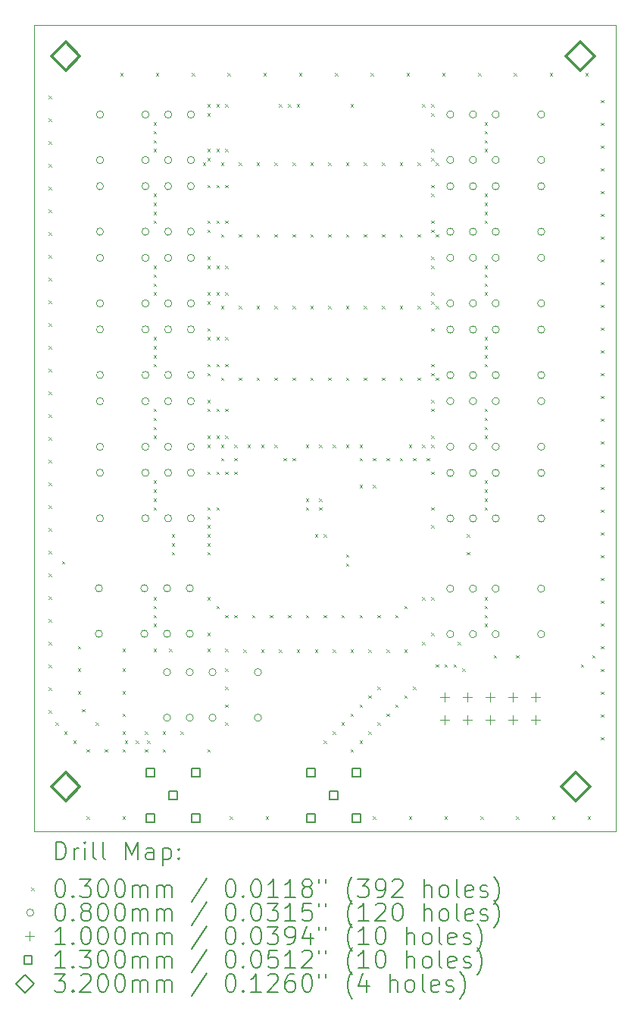
<source format=gbr>
%TF.GenerationSoftware,KiCad,Pcbnew,7.0.1*%
%TF.CreationDate,2023-04-17T14:20:02+02:00*%
%TF.ProjectId,Dual_BPF,4475616c-5f42-4504-962e-6b696361645f,rev?*%
%TF.SameCoordinates,Original*%
%TF.FileFunction,Drillmap*%
%TF.FilePolarity,Positive*%
%FSLAX45Y45*%
G04 Gerber Fmt 4.5, Leading zero omitted, Abs format (unit mm)*
G04 Created by KiCad (PCBNEW 7.0.1) date 2023-04-17 14:20:02*
%MOMM*%
%LPD*%
G01*
G04 APERTURE LIST*
%ADD10C,0.100000*%
%ADD11C,0.200000*%
%ADD12C,0.030000*%
%ADD13C,0.080000*%
%ADD14C,0.130048*%
%ADD15C,0.320000*%
G04 APERTURE END LIST*
D10*
X3900000Y-2800000D02*
X10400000Y-2800000D01*
X10400000Y-11800000D02*
X3900000Y-11800000D01*
X10400000Y-2800000D02*
X10400000Y-11800000D01*
X3900000Y-11800000D02*
X3900000Y-2800000D01*
D11*
D12*
X4060000Y-3589000D02*
X4090000Y-3619000D01*
X4090000Y-3589000D02*
X4060000Y-3619000D01*
X4060000Y-3843000D02*
X4090000Y-3873000D01*
X4090000Y-3843000D02*
X4060000Y-3873000D01*
X4060000Y-4097000D02*
X4090000Y-4127000D01*
X4090000Y-4097000D02*
X4060000Y-4127000D01*
X4060000Y-4351000D02*
X4090000Y-4381000D01*
X4090000Y-4351000D02*
X4060000Y-4381000D01*
X4060000Y-4605000D02*
X4090000Y-4635000D01*
X4090000Y-4605000D02*
X4060000Y-4635000D01*
X4060000Y-4859000D02*
X4090000Y-4889000D01*
X4090000Y-4859000D02*
X4060000Y-4889000D01*
X4060000Y-5113000D02*
X4090000Y-5143000D01*
X4090000Y-5113000D02*
X4060000Y-5143000D01*
X4060000Y-5367000D02*
X4090000Y-5397000D01*
X4090000Y-5367000D02*
X4060000Y-5397000D01*
X4060000Y-5621000D02*
X4090000Y-5651000D01*
X4090000Y-5621000D02*
X4060000Y-5651000D01*
X4060000Y-5875000D02*
X4090000Y-5905000D01*
X4090000Y-5875000D02*
X4060000Y-5905000D01*
X4060000Y-6129000D02*
X4090000Y-6159000D01*
X4090000Y-6129000D02*
X4060000Y-6159000D01*
X4060000Y-6383000D02*
X4090000Y-6413000D01*
X4090000Y-6383000D02*
X4060000Y-6413000D01*
X4060000Y-6637000D02*
X4090000Y-6667000D01*
X4090000Y-6637000D02*
X4060000Y-6667000D01*
X4060000Y-6891000D02*
X4090000Y-6921000D01*
X4090000Y-6891000D02*
X4060000Y-6921000D01*
X4060000Y-7145000D02*
X4090000Y-7175000D01*
X4090000Y-7145000D02*
X4060000Y-7175000D01*
X4060000Y-7399000D02*
X4090000Y-7429000D01*
X4090000Y-7399000D02*
X4060000Y-7429000D01*
X4060000Y-7653000D02*
X4090000Y-7683000D01*
X4090000Y-7653000D02*
X4060000Y-7683000D01*
X4060000Y-7907000D02*
X4090000Y-7937000D01*
X4090000Y-7907000D02*
X4060000Y-7937000D01*
X4060000Y-8161000D02*
X4090000Y-8191000D01*
X4090000Y-8161000D02*
X4060000Y-8191000D01*
X4060000Y-8415000D02*
X4090000Y-8445000D01*
X4090000Y-8415000D02*
X4060000Y-8445000D01*
X4060000Y-8669000D02*
X4090000Y-8699000D01*
X4090000Y-8669000D02*
X4060000Y-8699000D01*
X4060000Y-8923000D02*
X4090000Y-8953000D01*
X4090000Y-8923000D02*
X4060000Y-8953000D01*
X4060000Y-9177000D02*
X4090000Y-9207000D01*
X4090000Y-9177000D02*
X4060000Y-9207000D01*
X4060000Y-9431000D02*
X4090000Y-9461000D01*
X4090000Y-9431000D02*
X4060000Y-9461000D01*
X4060000Y-9685000D02*
X4090000Y-9715000D01*
X4090000Y-9685000D02*
X4060000Y-9715000D01*
X4060000Y-9939000D02*
X4090000Y-9969000D01*
X4090000Y-9939000D02*
X4060000Y-9969000D01*
X4060000Y-10193000D02*
X4090000Y-10223000D01*
X4090000Y-10193000D02*
X4060000Y-10223000D01*
X4060000Y-10447000D02*
X4090000Y-10477000D01*
X4090000Y-10447000D02*
X4060000Y-10477000D01*
X4135000Y-10585000D02*
X4165000Y-10615000D01*
X4165000Y-10585000D02*
X4135000Y-10615000D01*
X4210000Y-8785000D02*
X4240000Y-8815000D01*
X4240000Y-8785000D02*
X4210000Y-8815000D01*
X4235000Y-10685000D02*
X4265000Y-10715000D01*
X4265000Y-10685000D02*
X4235000Y-10715000D01*
X4335000Y-10785000D02*
X4365000Y-10815000D01*
X4365000Y-10785000D02*
X4335000Y-10815000D01*
X4385000Y-9735000D02*
X4415000Y-9765000D01*
X4415000Y-9735000D02*
X4385000Y-9765000D01*
X4385000Y-9985000D02*
X4415000Y-10015000D01*
X4415000Y-9985000D02*
X4385000Y-10015000D01*
X4385000Y-10235000D02*
X4415000Y-10265000D01*
X4415000Y-10235000D02*
X4385000Y-10265000D01*
X4435000Y-10435000D02*
X4465000Y-10465000D01*
X4465000Y-10435000D02*
X4435000Y-10465000D01*
X4485000Y-10885000D02*
X4515000Y-10915000D01*
X4515000Y-10885000D02*
X4485000Y-10915000D01*
X4485000Y-11635000D02*
X4515000Y-11665000D01*
X4515000Y-11635000D02*
X4485000Y-11665000D01*
X4585000Y-10585000D02*
X4615000Y-10615000D01*
X4615000Y-10585000D02*
X4585000Y-10615000D01*
X4685000Y-10885000D02*
X4715000Y-10915000D01*
X4715000Y-10885000D02*
X4685000Y-10915000D01*
X4860000Y-3335000D02*
X4890000Y-3365000D01*
X4890000Y-3335000D02*
X4860000Y-3365000D01*
X4885000Y-9765000D02*
X4915000Y-9795000D01*
X4915000Y-9765000D02*
X4885000Y-9795000D01*
X4885000Y-9985000D02*
X4915000Y-10015000D01*
X4915000Y-9985000D02*
X4885000Y-10015000D01*
X4885000Y-10235000D02*
X4915000Y-10265000D01*
X4915000Y-10235000D02*
X4885000Y-10265000D01*
X4885000Y-10485000D02*
X4915000Y-10515000D01*
X4915000Y-10485000D02*
X4885000Y-10515000D01*
X4885000Y-10685000D02*
X4915000Y-10715000D01*
X4915000Y-10685000D02*
X4885000Y-10715000D01*
X4885000Y-10885000D02*
X4915000Y-10915000D01*
X4915000Y-10885000D02*
X4885000Y-10915000D01*
X4885000Y-11635000D02*
X4915000Y-11665000D01*
X4915000Y-11635000D02*
X4885000Y-11665000D01*
X4910000Y-10785000D02*
X4940000Y-10815000D01*
X4940000Y-10785000D02*
X4910000Y-10815000D01*
X5035000Y-10785000D02*
X5065000Y-10815000D01*
X5065000Y-10785000D02*
X5035000Y-10815000D01*
X5135000Y-10685000D02*
X5165000Y-10715000D01*
X5165000Y-10685000D02*
X5135000Y-10715000D01*
X5135000Y-10885000D02*
X5165000Y-10915000D01*
X5165000Y-10885000D02*
X5135000Y-10915000D01*
X5160000Y-10785000D02*
X5190000Y-10815000D01*
X5190000Y-10785000D02*
X5160000Y-10815000D01*
X5235000Y-3885000D02*
X5265000Y-3915000D01*
X5265000Y-3885000D02*
X5235000Y-3915000D01*
X5235000Y-3985000D02*
X5265000Y-4015000D01*
X5265000Y-3985000D02*
X5235000Y-4015000D01*
X5235000Y-4085000D02*
X5265000Y-4115000D01*
X5265000Y-4085000D02*
X5235000Y-4115000D01*
X5235000Y-4185000D02*
X5265000Y-4215000D01*
X5265000Y-4185000D02*
X5235000Y-4215000D01*
X5235000Y-4685000D02*
X5265000Y-4715000D01*
X5265000Y-4685000D02*
X5235000Y-4715000D01*
X5235000Y-4785000D02*
X5265000Y-4815000D01*
X5265000Y-4785000D02*
X5235000Y-4815000D01*
X5235000Y-4885000D02*
X5265000Y-4915000D01*
X5265000Y-4885000D02*
X5235000Y-4915000D01*
X5235000Y-4985000D02*
X5265000Y-5015000D01*
X5265000Y-4985000D02*
X5235000Y-5015000D01*
X5235000Y-5485000D02*
X5265000Y-5515000D01*
X5265000Y-5485000D02*
X5235000Y-5515000D01*
X5235000Y-5585000D02*
X5265000Y-5615000D01*
X5265000Y-5585000D02*
X5235000Y-5615000D01*
X5235000Y-5685000D02*
X5265000Y-5715000D01*
X5265000Y-5685000D02*
X5235000Y-5715000D01*
X5235000Y-5785000D02*
X5265000Y-5815000D01*
X5265000Y-5785000D02*
X5235000Y-5815000D01*
X5235000Y-6285000D02*
X5265000Y-6315000D01*
X5265000Y-6285000D02*
X5235000Y-6315000D01*
X5235000Y-6385000D02*
X5265000Y-6415000D01*
X5265000Y-6385000D02*
X5235000Y-6415000D01*
X5235000Y-6485000D02*
X5265000Y-6515000D01*
X5265000Y-6485000D02*
X5235000Y-6515000D01*
X5235000Y-6585000D02*
X5265000Y-6615000D01*
X5265000Y-6585000D02*
X5235000Y-6615000D01*
X5235000Y-7085000D02*
X5265000Y-7115000D01*
X5265000Y-7085000D02*
X5235000Y-7115000D01*
X5235000Y-7185000D02*
X5265000Y-7215000D01*
X5265000Y-7185000D02*
X5235000Y-7215000D01*
X5235000Y-7285000D02*
X5265000Y-7315000D01*
X5265000Y-7285000D02*
X5235000Y-7315000D01*
X5235000Y-7385000D02*
X5265000Y-7415000D01*
X5265000Y-7385000D02*
X5235000Y-7415000D01*
X5235000Y-7885000D02*
X5265000Y-7915000D01*
X5265000Y-7885000D02*
X5235000Y-7915000D01*
X5235000Y-7985000D02*
X5265000Y-8015000D01*
X5265000Y-7985000D02*
X5235000Y-8015000D01*
X5235000Y-8085000D02*
X5265000Y-8115000D01*
X5265000Y-8085000D02*
X5235000Y-8115000D01*
X5235000Y-8185000D02*
X5265000Y-8215000D01*
X5265000Y-8185000D02*
X5235000Y-8215000D01*
X5235000Y-9185000D02*
X5265000Y-9215000D01*
X5265000Y-9185000D02*
X5235000Y-9215000D01*
X5235000Y-9285000D02*
X5265000Y-9315000D01*
X5265000Y-9285000D02*
X5235000Y-9315000D01*
X5235000Y-9385000D02*
X5265000Y-9415000D01*
X5265000Y-9385000D02*
X5235000Y-9415000D01*
X5235000Y-9485000D02*
X5265000Y-9515000D01*
X5265000Y-9485000D02*
X5235000Y-9515000D01*
X5235000Y-9765000D02*
X5265000Y-9795000D01*
X5265000Y-9765000D02*
X5235000Y-9795000D01*
X5260000Y-3335000D02*
X5290000Y-3365000D01*
X5290000Y-3335000D02*
X5260000Y-3365000D01*
X5335000Y-10685000D02*
X5365000Y-10715000D01*
X5365000Y-10685000D02*
X5335000Y-10715000D01*
X5335000Y-10885000D02*
X5365000Y-10915000D01*
X5365000Y-10885000D02*
X5335000Y-10915000D01*
X5405000Y-9765000D02*
X5435000Y-9795000D01*
X5435000Y-9765000D02*
X5405000Y-9795000D01*
X5435000Y-8485000D02*
X5465000Y-8515000D01*
X5465000Y-8485000D02*
X5435000Y-8515000D01*
X5435000Y-8585000D02*
X5465000Y-8615000D01*
X5465000Y-8585000D02*
X5435000Y-8615000D01*
X5435000Y-8685000D02*
X5465000Y-8715000D01*
X5465000Y-8685000D02*
X5435000Y-8715000D01*
X5535000Y-10685000D02*
X5565000Y-10715000D01*
X5565000Y-10685000D02*
X5535000Y-10715000D01*
X5660000Y-3335000D02*
X5690000Y-3365000D01*
X5690000Y-3335000D02*
X5660000Y-3365000D01*
X5785000Y-4335000D02*
X5815000Y-4365000D01*
X5815000Y-4335000D02*
X5785000Y-4365000D01*
X5835000Y-3685000D02*
X5865000Y-3715000D01*
X5865000Y-3685000D02*
X5835000Y-3715000D01*
X5835000Y-3785000D02*
X5865000Y-3815000D01*
X5865000Y-3785000D02*
X5835000Y-3815000D01*
X5835000Y-4185000D02*
X5865000Y-4215000D01*
X5865000Y-4185000D02*
X5835000Y-4215000D01*
X5835000Y-4285000D02*
X5865000Y-4315000D01*
X5865000Y-4285000D02*
X5835000Y-4315000D01*
X5835000Y-4585000D02*
X5865000Y-4615000D01*
X5865000Y-4585000D02*
X5835000Y-4615000D01*
X5835000Y-4985000D02*
X5865000Y-5015000D01*
X5865000Y-4985000D02*
X5835000Y-5015000D01*
X5835000Y-5085000D02*
X5865000Y-5115000D01*
X5865000Y-5085000D02*
X5835000Y-5115000D01*
X5835000Y-5385000D02*
X5865000Y-5415000D01*
X5865000Y-5385000D02*
X5835000Y-5415000D01*
X5835000Y-5485000D02*
X5865000Y-5515000D01*
X5865000Y-5485000D02*
X5835000Y-5515000D01*
X5835000Y-5785000D02*
X5865000Y-5815000D01*
X5865000Y-5785000D02*
X5835000Y-5815000D01*
X5835000Y-5885000D02*
X5865000Y-5915000D01*
X5865000Y-5885000D02*
X5835000Y-5915000D01*
X5835000Y-6185000D02*
X5865000Y-6215000D01*
X5865000Y-6185000D02*
X5835000Y-6215000D01*
X5835000Y-6285000D02*
X5865000Y-6315000D01*
X5865000Y-6285000D02*
X5835000Y-6315000D01*
X5835000Y-6585000D02*
X5865000Y-6615000D01*
X5865000Y-6585000D02*
X5835000Y-6615000D01*
X5835000Y-6685000D02*
X5865000Y-6715000D01*
X5865000Y-6685000D02*
X5835000Y-6715000D01*
X5835000Y-6985000D02*
X5865000Y-7015000D01*
X5865000Y-6985000D02*
X5835000Y-7015000D01*
X5835000Y-7085000D02*
X5865000Y-7115000D01*
X5865000Y-7085000D02*
X5835000Y-7115000D01*
X5835000Y-7385000D02*
X5865000Y-7415000D01*
X5865000Y-7385000D02*
X5835000Y-7415000D01*
X5835000Y-7485000D02*
X5865000Y-7515000D01*
X5865000Y-7485000D02*
X5835000Y-7515000D01*
X5835000Y-7785000D02*
X5865000Y-7815000D01*
X5865000Y-7785000D02*
X5835000Y-7815000D01*
X5835000Y-8185000D02*
X5865000Y-8215000D01*
X5865000Y-8185000D02*
X5835000Y-8215000D01*
X5835000Y-8285000D02*
X5865000Y-8315000D01*
X5865000Y-8285000D02*
X5835000Y-8315000D01*
X5835000Y-8385000D02*
X5865000Y-8415000D01*
X5865000Y-8385000D02*
X5835000Y-8415000D01*
X5835000Y-8485000D02*
X5865000Y-8515000D01*
X5865000Y-8485000D02*
X5835000Y-8515000D01*
X5835000Y-8585000D02*
X5865000Y-8615000D01*
X5865000Y-8585000D02*
X5835000Y-8615000D01*
X5835000Y-8685000D02*
X5865000Y-8715000D01*
X5865000Y-8685000D02*
X5835000Y-8715000D01*
X5835000Y-9185000D02*
X5865000Y-9215000D01*
X5865000Y-9185000D02*
X5835000Y-9215000D01*
X5835000Y-9585000D02*
X5865000Y-9615000D01*
X5865000Y-9585000D02*
X5835000Y-9615000D01*
X5835000Y-9765000D02*
X5865000Y-9795000D01*
X5865000Y-9765000D02*
X5835000Y-9795000D01*
X5835000Y-10885000D02*
X5865000Y-10915000D01*
X5865000Y-10885000D02*
X5835000Y-10915000D01*
X5935000Y-3685000D02*
X5965000Y-3715000D01*
X5965000Y-3685000D02*
X5935000Y-3715000D01*
X5935000Y-4185000D02*
X5965000Y-4215000D01*
X5965000Y-4185000D02*
X5935000Y-4215000D01*
X5935000Y-4585000D02*
X5965000Y-4615000D01*
X5965000Y-4585000D02*
X5935000Y-4615000D01*
X5935000Y-4985000D02*
X5965000Y-5015000D01*
X5965000Y-4985000D02*
X5935000Y-5015000D01*
X5935000Y-5485000D02*
X5965000Y-5515000D01*
X5965000Y-5485000D02*
X5935000Y-5515000D01*
X5935000Y-5785000D02*
X5965000Y-5815000D01*
X5965000Y-5785000D02*
X5935000Y-5815000D01*
X5935000Y-6285000D02*
X5965000Y-6315000D01*
X5965000Y-6285000D02*
X5935000Y-6315000D01*
X5935000Y-6585000D02*
X5965000Y-6615000D01*
X5965000Y-6585000D02*
X5935000Y-6615000D01*
X5935000Y-7085000D02*
X5965000Y-7115000D01*
X5965000Y-7085000D02*
X5935000Y-7115000D01*
X5935000Y-7385000D02*
X5965000Y-7415000D01*
X5965000Y-7385000D02*
X5935000Y-7415000D01*
X5935000Y-7785000D02*
X5965000Y-7815000D01*
X5965000Y-7785000D02*
X5935000Y-7815000D01*
X5935000Y-8185000D02*
X5965000Y-8215000D01*
X5965000Y-8185000D02*
X5935000Y-8215000D01*
X5935000Y-9285000D02*
X5965000Y-9315000D01*
X5965000Y-9285000D02*
X5935000Y-9315000D01*
X5985000Y-4335000D02*
X6015000Y-4365000D01*
X6015000Y-4335000D02*
X5985000Y-4365000D01*
X5985000Y-5135000D02*
X6015000Y-5165000D01*
X6015000Y-5135000D02*
X5985000Y-5165000D01*
X5985000Y-5935000D02*
X6015000Y-5965000D01*
X6015000Y-5935000D02*
X5985000Y-5965000D01*
X5985000Y-6735000D02*
X6015000Y-6765000D01*
X6015000Y-6735000D02*
X5985000Y-6765000D01*
X5985000Y-7485000D02*
X6015000Y-7515000D01*
X6015000Y-7485000D02*
X5985000Y-7515000D01*
X5985000Y-7635000D02*
X6015000Y-7665000D01*
X6015000Y-7635000D02*
X5985000Y-7665000D01*
X6035000Y-3685000D02*
X6065000Y-3715000D01*
X6065000Y-3685000D02*
X6035000Y-3715000D01*
X6035000Y-4185000D02*
X6065000Y-4215000D01*
X6065000Y-4185000D02*
X6035000Y-4215000D01*
X6035000Y-4585000D02*
X6065000Y-4615000D01*
X6065000Y-4585000D02*
X6035000Y-4615000D01*
X6035000Y-4985000D02*
X6065000Y-5015000D01*
X6065000Y-4985000D02*
X6035000Y-5015000D01*
X6035000Y-5485000D02*
X6065000Y-5515000D01*
X6065000Y-5485000D02*
X6035000Y-5515000D01*
X6035000Y-5785000D02*
X6065000Y-5815000D01*
X6065000Y-5785000D02*
X6035000Y-5815000D01*
X6035000Y-6285000D02*
X6065000Y-6315000D01*
X6065000Y-6285000D02*
X6035000Y-6315000D01*
X6035000Y-6585000D02*
X6065000Y-6615000D01*
X6065000Y-6585000D02*
X6035000Y-6615000D01*
X6035000Y-7085000D02*
X6065000Y-7115000D01*
X6065000Y-7085000D02*
X6035000Y-7115000D01*
X6035000Y-7385000D02*
X6065000Y-7415000D01*
X6065000Y-7385000D02*
X6035000Y-7415000D01*
X6035000Y-7785000D02*
X6065000Y-7815000D01*
X6065000Y-7785000D02*
X6035000Y-7815000D01*
X6035000Y-9385000D02*
X6065000Y-9415000D01*
X6065000Y-9385000D02*
X6035000Y-9415000D01*
X6035000Y-9765000D02*
X6065000Y-9795000D01*
X6065000Y-9765000D02*
X6035000Y-9795000D01*
X6035000Y-9985000D02*
X6065000Y-10015000D01*
X6065000Y-9985000D02*
X6035000Y-10015000D01*
X6035000Y-10185000D02*
X6065000Y-10215000D01*
X6065000Y-10185000D02*
X6035000Y-10215000D01*
X6035000Y-10385000D02*
X6065000Y-10415000D01*
X6065000Y-10385000D02*
X6035000Y-10415000D01*
X6035000Y-10585000D02*
X6065000Y-10615000D01*
X6065000Y-10585000D02*
X6035000Y-10615000D01*
X6060000Y-3335000D02*
X6090000Y-3365000D01*
X6090000Y-3335000D02*
X6060000Y-3365000D01*
X6085000Y-11635000D02*
X6115000Y-11665000D01*
X6115000Y-11635000D02*
X6085000Y-11665000D01*
X6135000Y-7485000D02*
X6165000Y-7515000D01*
X6165000Y-7485000D02*
X6135000Y-7515000D01*
X6135000Y-7635000D02*
X6165000Y-7665000D01*
X6165000Y-7635000D02*
X6135000Y-7665000D01*
X6135000Y-7785000D02*
X6165000Y-7815000D01*
X6165000Y-7785000D02*
X6135000Y-7815000D01*
X6135000Y-9385000D02*
X6165000Y-9415000D01*
X6165000Y-9385000D02*
X6135000Y-9415000D01*
X6185000Y-4335000D02*
X6215000Y-4365000D01*
X6215000Y-4335000D02*
X6185000Y-4365000D01*
X6185000Y-5135000D02*
X6215000Y-5165000D01*
X6215000Y-5135000D02*
X6185000Y-5165000D01*
X6185000Y-5935000D02*
X6215000Y-5965000D01*
X6215000Y-5935000D02*
X6185000Y-5965000D01*
X6185000Y-6735000D02*
X6215000Y-6765000D01*
X6215000Y-6735000D02*
X6185000Y-6765000D01*
X6235000Y-9770050D02*
X6265000Y-9800050D01*
X6265000Y-9770050D02*
X6235000Y-9800050D01*
X6285000Y-7485000D02*
X6315000Y-7515000D01*
X6315000Y-7485000D02*
X6285000Y-7515000D01*
X6335000Y-9385000D02*
X6365000Y-9415000D01*
X6365000Y-9385000D02*
X6335000Y-9415000D01*
X6385000Y-4335000D02*
X6415000Y-4365000D01*
X6415000Y-4335000D02*
X6385000Y-4365000D01*
X6385000Y-5135000D02*
X6415000Y-5165000D01*
X6415000Y-5135000D02*
X6385000Y-5165000D01*
X6385000Y-5935000D02*
X6415000Y-5965000D01*
X6415000Y-5935000D02*
X6385000Y-5965000D01*
X6385000Y-6735000D02*
X6415000Y-6765000D01*
X6415000Y-6735000D02*
X6385000Y-6765000D01*
X6435000Y-7485000D02*
X6465000Y-7515000D01*
X6465000Y-7485000D02*
X6435000Y-7515000D01*
X6435000Y-9770050D02*
X6465000Y-9800050D01*
X6465000Y-9770050D02*
X6435000Y-9800050D01*
X6460000Y-3335000D02*
X6490000Y-3365000D01*
X6490000Y-3335000D02*
X6460000Y-3365000D01*
X6485000Y-11635000D02*
X6515000Y-11665000D01*
X6515000Y-11635000D02*
X6485000Y-11665000D01*
X6535000Y-9385000D02*
X6565000Y-9415000D01*
X6565000Y-9385000D02*
X6535000Y-9415000D01*
X6585000Y-4335000D02*
X6615000Y-4365000D01*
X6615000Y-4335000D02*
X6585000Y-4365000D01*
X6585000Y-5135000D02*
X6615000Y-5165000D01*
X6615000Y-5135000D02*
X6585000Y-5165000D01*
X6585000Y-5935000D02*
X6615000Y-5965000D01*
X6615000Y-5935000D02*
X6585000Y-5965000D01*
X6585000Y-6735000D02*
X6615000Y-6765000D01*
X6615000Y-6735000D02*
X6585000Y-6765000D01*
X6585000Y-7485000D02*
X6615000Y-7515000D01*
X6615000Y-7485000D02*
X6585000Y-7515000D01*
X6635000Y-3685000D02*
X6665000Y-3715000D01*
X6665000Y-3685000D02*
X6635000Y-3715000D01*
X6635000Y-9770050D02*
X6665000Y-9800050D01*
X6665000Y-9770050D02*
X6635000Y-9800050D01*
X6685000Y-7635000D02*
X6715000Y-7665000D01*
X6715000Y-7635000D02*
X6685000Y-7665000D01*
X6735000Y-3685000D02*
X6765000Y-3715000D01*
X6765000Y-3685000D02*
X6735000Y-3715000D01*
X6735000Y-9385000D02*
X6765000Y-9415000D01*
X6765000Y-9385000D02*
X6735000Y-9415000D01*
X6785000Y-4335000D02*
X6815000Y-4365000D01*
X6815000Y-4335000D02*
X6785000Y-4365000D01*
X6785000Y-5135000D02*
X6815000Y-5165000D01*
X6815000Y-5135000D02*
X6785000Y-5165000D01*
X6785000Y-5935000D02*
X6815000Y-5965000D01*
X6815000Y-5935000D02*
X6785000Y-5965000D01*
X6785000Y-6735000D02*
X6815000Y-6765000D01*
X6815000Y-6735000D02*
X6785000Y-6765000D01*
X6785000Y-7635000D02*
X6815000Y-7665000D01*
X6815000Y-7635000D02*
X6785000Y-7665000D01*
X6835000Y-3685000D02*
X6865000Y-3715000D01*
X6865000Y-3685000D02*
X6835000Y-3715000D01*
X6835000Y-9770050D02*
X6865000Y-9800050D01*
X6865000Y-9770050D02*
X6835000Y-9800050D01*
X6860000Y-3335000D02*
X6890000Y-3365000D01*
X6890000Y-3335000D02*
X6860000Y-3365000D01*
X6935000Y-7485000D02*
X6965000Y-7515000D01*
X6965000Y-7485000D02*
X6935000Y-7515000D01*
X6935000Y-8085000D02*
X6965000Y-8115000D01*
X6965000Y-8085000D02*
X6935000Y-8115000D01*
X6935000Y-8185000D02*
X6965000Y-8215000D01*
X6965000Y-8185000D02*
X6935000Y-8215000D01*
X6935000Y-9385000D02*
X6965000Y-9415000D01*
X6965000Y-9385000D02*
X6935000Y-9415000D01*
X6985000Y-4335000D02*
X7015000Y-4365000D01*
X7015000Y-4335000D02*
X6985000Y-4365000D01*
X6985000Y-5135000D02*
X7015000Y-5165000D01*
X7015000Y-5135000D02*
X6985000Y-5165000D01*
X6985000Y-5935000D02*
X7015000Y-5965000D01*
X7015000Y-5935000D02*
X6985000Y-5965000D01*
X6985000Y-6735000D02*
X7015000Y-6765000D01*
X7015000Y-6735000D02*
X6985000Y-6765000D01*
X7035000Y-8485000D02*
X7065000Y-8515000D01*
X7065000Y-8485000D02*
X7035000Y-8515000D01*
X7035000Y-9770050D02*
X7065000Y-9800050D01*
X7065000Y-9770050D02*
X7035000Y-9800050D01*
X7085000Y-7485000D02*
X7115000Y-7515000D01*
X7115000Y-7485000D02*
X7085000Y-7515000D01*
X7085000Y-8085000D02*
X7115000Y-8115000D01*
X7115000Y-8085000D02*
X7085000Y-8115000D01*
X7085000Y-8185000D02*
X7115000Y-8215000D01*
X7115000Y-8185000D02*
X7085000Y-8215000D01*
X7135000Y-8485000D02*
X7165000Y-8515000D01*
X7165000Y-8485000D02*
X7135000Y-8515000D01*
X7135000Y-9385000D02*
X7165000Y-9415000D01*
X7165000Y-9385000D02*
X7135000Y-9415000D01*
X7135000Y-10785000D02*
X7165000Y-10815000D01*
X7165000Y-10785000D02*
X7135000Y-10815000D01*
X7185000Y-4335000D02*
X7215000Y-4365000D01*
X7215000Y-4335000D02*
X7185000Y-4365000D01*
X7185000Y-5135000D02*
X7215000Y-5165000D01*
X7215000Y-5135000D02*
X7185000Y-5165000D01*
X7185000Y-5935000D02*
X7215000Y-5965000D01*
X7215000Y-5935000D02*
X7185000Y-5965000D01*
X7185000Y-6735000D02*
X7215000Y-6765000D01*
X7215000Y-6735000D02*
X7185000Y-6765000D01*
X7235000Y-7485000D02*
X7265000Y-7515000D01*
X7265000Y-7485000D02*
X7235000Y-7515000D01*
X7235000Y-9770050D02*
X7265000Y-9800050D01*
X7265000Y-9770050D02*
X7235000Y-9800050D01*
X7235000Y-10685000D02*
X7265000Y-10715000D01*
X7265000Y-10685000D02*
X7235000Y-10715000D01*
X7260000Y-3335000D02*
X7290000Y-3365000D01*
X7290000Y-3335000D02*
X7260000Y-3365000D01*
X7335000Y-9385000D02*
X7365000Y-9415000D01*
X7365000Y-9385000D02*
X7335000Y-9415000D01*
X7335000Y-10585000D02*
X7365000Y-10615000D01*
X7365000Y-10585000D02*
X7335000Y-10615000D01*
X7385000Y-4335000D02*
X7415000Y-4365000D01*
X7415000Y-4335000D02*
X7385000Y-4365000D01*
X7385000Y-5135000D02*
X7415000Y-5165000D01*
X7415000Y-5135000D02*
X7385000Y-5165000D01*
X7385000Y-5935000D02*
X7415000Y-5965000D01*
X7415000Y-5935000D02*
X7385000Y-5965000D01*
X7385000Y-6735000D02*
X7415000Y-6765000D01*
X7415000Y-6735000D02*
X7385000Y-6765000D01*
X7385000Y-7485000D02*
X7415000Y-7515000D01*
X7415000Y-7485000D02*
X7385000Y-7515000D01*
X7385000Y-8710000D02*
X7415000Y-8740000D01*
X7415000Y-8710000D02*
X7385000Y-8740000D01*
X7385000Y-8810000D02*
X7415000Y-8840000D01*
X7415000Y-8810000D02*
X7385000Y-8840000D01*
X7435000Y-3685000D02*
X7465000Y-3715000D01*
X7465000Y-3685000D02*
X7435000Y-3715000D01*
X7435000Y-9770050D02*
X7465000Y-9800050D01*
X7465000Y-9770050D02*
X7435000Y-9800050D01*
X7435000Y-10485000D02*
X7465000Y-10515000D01*
X7465000Y-10485000D02*
X7435000Y-10515000D01*
X7435000Y-10885000D02*
X7465000Y-10915000D01*
X7465000Y-10885000D02*
X7435000Y-10915000D01*
X7535000Y-7485000D02*
X7565000Y-7515000D01*
X7565000Y-7485000D02*
X7535000Y-7515000D01*
X7535000Y-7635000D02*
X7565000Y-7665000D01*
X7565000Y-7635000D02*
X7535000Y-7665000D01*
X7535000Y-7935000D02*
X7565000Y-7965000D01*
X7565000Y-7935000D02*
X7535000Y-7965000D01*
X7535000Y-9385000D02*
X7565000Y-9415000D01*
X7565000Y-9385000D02*
X7535000Y-9415000D01*
X7535000Y-10385000D02*
X7565000Y-10415000D01*
X7565000Y-10385000D02*
X7535000Y-10415000D01*
X7535000Y-10785000D02*
X7565000Y-10815000D01*
X7565000Y-10785000D02*
X7535000Y-10815000D01*
X7585000Y-4335000D02*
X7615000Y-4365000D01*
X7615000Y-4335000D02*
X7585000Y-4365000D01*
X7585000Y-5135000D02*
X7615000Y-5165000D01*
X7615000Y-5135000D02*
X7585000Y-5165000D01*
X7585000Y-5935000D02*
X7615000Y-5965000D01*
X7615000Y-5935000D02*
X7585000Y-5965000D01*
X7585000Y-6735000D02*
X7615000Y-6765000D01*
X7615000Y-6735000D02*
X7585000Y-6765000D01*
X7635000Y-9770050D02*
X7665000Y-9800050D01*
X7665000Y-9770050D02*
X7635000Y-9800050D01*
X7635000Y-10285000D02*
X7665000Y-10315000D01*
X7665000Y-10285000D02*
X7635000Y-10315000D01*
X7635000Y-10685000D02*
X7665000Y-10715000D01*
X7665000Y-10685000D02*
X7635000Y-10715000D01*
X7660000Y-3335000D02*
X7690000Y-3365000D01*
X7690000Y-3335000D02*
X7660000Y-3365000D01*
X7685000Y-7635000D02*
X7715000Y-7665000D01*
X7715000Y-7635000D02*
X7685000Y-7665000D01*
X7685000Y-7935000D02*
X7715000Y-7965000D01*
X7715000Y-7935000D02*
X7685000Y-7965000D01*
X7685000Y-11635000D02*
X7715000Y-11665000D01*
X7715000Y-11635000D02*
X7685000Y-11665000D01*
X7735000Y-9385000D02*
X7765000Y-9415000D01*
X7765000Y-9385000D02*
X7735000Y-9415000D01*
X7735000Y-10185000D02*
X7765000Y-10215000D01*
X7765000Y-10185000D02*
X7735000Y-10215000D01*
X7735000Y-10585000D02*
X7765000Y-10615000D01*
X7765000Y-10585000D02*
X7735000Y-10615000D01*
X7785000Y-4335000D02*
X7815000Y-4365000D01*
X7815000Y-4335000D02*
X7785000Y-4365000D01*
X7785000Y-5135000D02*
X7815000Y-5165000D01*
X7815000Y-5135000D02*
X7785000Y-5165000D01*
X7785000Y-5935000D02*
X7815000Y-5965000D01*
X7815000Y-5935000D02*
X7785000Y-5965000D01*
X7785000Y-6735000D02*
X7815000Y-6765000D01*
X7815000Y-6735000D02*
X7785000Y-6765000D01*
X7835000Y-7635000D02*
X7865000Y-7665000D01*
X7865000Y-7635000D02*
X7835000Y-7665000D01*
X7835000Y-9770050D02*
X7865000Y-9800050D01*
X7865000Y-9770050D02*
X7835000Y-9800050D01*
X7835000Y-10485000D02*
X7865000Y-10515000D01*
X7865000Y-10485000D02*
X7835000Y-10515000D01*
X7935000Y-9385000D02*
X7965000Y-9415000D01*
X7965000Y-9385000D02*
X7935000Y-9415000D01*
X7935000Y-10385000D02*
X7965000Y-10415000D01*
X7965000Y-10385000D02*
X7935000Y-10415000D01*
X7985000Y-4335000D02*
X8015000Y-4365000D01*
X8015000Y-4335000D02*
X7985000Y-4365000D01*
X7985000Y-5135000D02*
X8015000Y-5165000D01*
X8015000Y-5135000D02*
X7985000Y-5165000D01*
X7985000Y-5935000D02*
X8015000Y-5965000D01*
X8015000Y-5935000D02*
X7985000Y-5965000D01*
X7985000Y-6735000D02*
X8015000Y-6765000D01*
X8015000Y-6735000D02*
X7985000Y-6765000D01*
X7985000Y-7635000D02*
X8015000Y-7665000D01*
X8015000Y-7635000D02*
X7985000Y-7665000D01*
X8035000Y-9285000D02*
X8065000Y-9315000D01*
X8065000Y-9285000D02*
X8035000Y-9315000D01*
X8035000Y-9770050D02*
X8065000Y-9800050D01*
X8065000Y-9770050D02*
X8035000Y-9800050D01*
X8035000Y-10285000D02*
X8065000Y-10315000D01*
X8065000Y-10285000D02*
X8035000Y-10315000D01*
X8060000Y-3335000D02*
X8090000Y-3365000D01*
X8090000Y-3335000D02*
X8060000Y-3365000D01*
X8085000Y-7485000D02*
X8115000Y-7515000D01*
X8115000Y-7485000D02*
X8085000Y-7515000D01*
X8085000Y-11635000D02*
X8115000Y-11665000D01*
X8115000Y-11635000D02*
X8085000Y-11665000D01*
X8135000Y-7635000D02*
X8165000Y-7665000D01*
X8165000Y-7635000D02*
X8135000Y-7665000D01*
X8135000Y-10185000D02*
X8165000Y-10215000D01*
X8165000Y-10185000D02*
X8135000Y-10215000D01*
X8185000Y-4335000D02*
X8215000Y-4365000D01*
X8215000Y-4335000D02*
X8185000Y-4365000D01*
X8185000Y-5135000D02*
X8215000Y-5165000D01*
X8215000Y-5135000D02*
X8185000Y-5165000D01*
X8185000Y-5935000D02*
X8215000Y-5965000D01*
X8215000Y-5935000D02*
X8185000Y-5965000D01*
X8185000Y-6735000D02*
X8215000Y-6765000D01*
X8215000Y-6735000D02*
X8185000Y-6765000D01*
X8235000Y-3685000D02*
X8265000Y-3715000D01*
X8265000Y-3685000D02*
X8235000Y-3715000D01*
X8235000Y-7485000D02*
X8265000Y-7515000D01*
X8265000Y-7485000D02*
X8235000Y-7515000D01*
X8235000Y-9185000D02*
X8265000Y-9215000D01*
X8265000Y-9185000D02*
X8235000Y-9215000D01*
X8235000Y-9685000D02*
X8265000Y-9715000D01*
X8265000Y-9685000D02*
X8235000Y-9715000D01*
X8285000Y-7635000D02*
X8315000Y-7665000D01*
X8315000Y-7635000D02*
X8285000Y-7665000D01*
X8335000Y-3685000D02*
X8365000Y-3715000D01*
X8365000Y-3685000D02*
X8335000Y-3715000D01*
X8335000Y-3785000D02*
X8365000Y-3815000D01*
X8365000Y-3785000D02*
X8335000Y-3815000D01*
X8335000Y-4185000D02*
X8365000Y-4215000D01*
X8365000Y-4185000D02*
X8335000Y-4215000D01*
X8335000Y-4285000D02*
X8365000Y-4315000D01*
X8365000Y-4285000D02*
X8335000Y-4315000D01*
X8335000Y-4585000D02*
X8365000Y-4615000D01*
X8365000Y-4585000D02*
X8335000Y-4615000D01*
X8335000Y-4685000D02*
X8365000Y-4715000D01*
X8365000Y-4685000D02*
X8335000Y-4715000D01*
X8335000Y-4985000D02*
X8365000Y-5015000D01*
X8365000Y-4985000D02*
X8335000Y-5015000D01*
X8335000Y-5085000D02*
X8365000Y-5115000D01*
X8365000Y-5085000D02*
X8335000Y-5115000D01*
X8335000Y-5385000D02*
X8365000Y-5415000D01*
X8365000Y-5385000D02*
X8335000Y-5415000D01*
X8335000Y-5485000D02*
X8365000Y-5515000D01*
X8365000Y-5485000D02*
X8335000Y-5515000D01*
X8335000Y-5785000D02*
X8365000Y-5815000D01*
X8365000Y-5785000D02*
X8335000Y-5815000D01*
X8335000Y-5885000D02*
X8365000Y-5915000D01*
X8365000Y-5885000D02*
X8335000Y-5915000D01*
X8335000Y-6185000D02*
X8365000Y-6215000D01*
X8365000Y-6185000D02*
X8335000Y-6215000D01*
X8335000Y-6585000D02*
X8365000Y-6615000D01*
X8365000Y-6585000D02*
X8335000Y-6615000D01*
X8335000Y-6685000D02*
X8365000Y-6715000D01*
X8365000Y-6685000D02*
X8335000Y-6715000D01*
X8335000Y-6985000D02*
X8365000Y-7015000D01*
X8365000Y-6985000D02*
X8335000Y-7015000D01*
X8335000Y-7085000D02*
X8365000Y-7115000D01*
X8365000Y-7085000D02*
X8335000Y-7115000D01*
X8335000Y-7385000D02*
X8365000Y-7415000D01*
X8365000Y-7385000D02*
X8335000Y-7415000D01*
X8335000Y-7485000D02*
X8365000Y-7515000D01*
X8365000Y-7485000D02*
X8335000Y-7515000D01*
X8335000Y-7785000D02*
X8365000Y-7815000D01*
X8365000Y-7785000D02*
X8335000Y-7815000D01*
X8335000Y-8185000D02*
X8365000Y-8215000D01*
X8365000Y-8185000D02*
X8335000Y-8215000D01*
X8335000Y-8385000D02*
X8365000Y-8415000D01*
X8365000Y-8385000D02*
X8335000Y-8415000D01*
X8335000Y-9185000D02*
X8365000Y-9215000D01*
X8365000Y-9185000D02*
X8335000Y-9215000D01*
X8335000Y-9585000D02*
X8365000Y-9615000D01*
X8365000Y-9585000D02*
X8335000Y-9615000D01*
X8385000Y-4335000D02*
X8415000Y-4365000D01*
X8415000Y-4335000D02*
X8385000Y-4365000D01*
X8385000Y-5135000D02*
X8415000Y-5165000D01*
X8415000Y-5135000D02*
X8385000Y-5165000D01*
X8385000Y-5935000D02*
X8415000Y-5965000D01*
X8415000Y-5935000D02*
X8385000Y-5965000D01*
X8385000Y-6735000D02*
X8415000Y-6765000D01*
X8415000Y-6735000D02*
X8385000Y-6765000D01*
X8385000Y-9935000D02*
X8415000Y-9965000D01*
X8415000Y-9935000D02*
X8385000Y-9965000D01*
X8460000Y-3335000D02*
X8490000Y-3365000D01*
X8490000Y-3335000D02*
X8460000Y-3365000D01*
X8485000Y-9935000D02*
X8515000Y-9965000D01*
X8515000Y-9935000D02*
X8485000Y-9965000D01*
X8485000Y-11635000D02*
X8515000Y-11665000D01*
X8515000Y-11635000D02*
X8485000Y-11665000D01*
X8585000Y-9935000D02*
X8615000Y-9965000D01*
X8615000Y-9935000D02*
X8585000Y-9965000D01*
X8635000Y-9685000D02*
X8665000Y-9715000D01*
X8665000Y-9685000D02*
X8635000Y-9715000D01*
X8685000Y-9985000D02*
X8715000Y-10015000D01*
X8715000Y-9985000D02*
X8685000Y-10015000D01*
X8735000Y-8485000D02*
X8765000Y-8515000D01*
X8765000Y-8485000D02*
X8735000Y-8515000D01*
X8735000Y-8685000D02*
X8765000Y-8715000D01*
X8765000Y-8685000D02*
X8735000Y-8715000D01*
X8860000Y-3335000D02*
X8890000Y-3365000D01*
X8890000Y-3335000D02*
X8860000Y-3365000D01*
X8885000Y-11635000D02*
X8915000Y-11665000D01*
X8915000Y-11635000D02*
X8885000Y-11665000D01*
X8935000Y-3885000D02*
X8965000Y-3915000D01*
X8965000Y-3885000D02*
X8935000Y-3915000D01*
X8935000Y-3985000D02*
X8965000Y-4015000D01*
X8965000Y-3985000D02*
X8935000Y-4015000D01*
X8935000Y-4085000D02*
X8965000Y-4115000D01*
X8965000Y-4085000D02*
X8935000Y-4115000D01*
X8935000Y-4185000D02*
X8965000Y-4215000D01*
X8965000Y-4185000D02*
X8935000Y-4215000D01*
X8935000Y-4685000D02*
X8965000Y-4715000D01*
X8965000Y-4685000D02*
X8935000Y-4715000D01*
X8935000Y-4785000D02*
X8965000Y-4815000D01*
X8965000Y-4785000D02*
X8935000Y-4815000D01*
X8935000Y-4885000D02*
X8965000Y-4915000D01*
X8965000Y-4885000D02*
X8935000Y-4915000D01*
X8935000Y-4985000D02*
X8965000Y-5015000D01*
X8965000Y-4985000D02*
X8935000Y-5015000D01*
X8935000Y-5485000D02*
X8965000Y-5515000D01*
X8965000Y-5485000D02*
X8935000Y-5515000D01*
X8935000Y-5585000D02*
X8965000Y-5615000D01*
X8965000Y-5585000D02*
X8935000Y-5615000D01*
X8935000Y-5685000D02*
X8965000Y-5715000D01*
X8965000Y-5685000D02*
X8935000Y-5715000D01*
X8935000Y-5785000D02*
X8965000Y-5815000D01*
X8965000Y-5785000D02*
X8935000Y-5815000D01*
X8935000Y-6285000D02*
X8965000Y-6315000D01*
X8965000Y-6285000D02*
X8935000Y-6315000D01*
X8935000Y-6385000D02*
X8965000Y-6415000D01*
X8965000Y-6385000D02*
X8935000Y-6415000D01*
X8935000Y-6485000D02*
X8965000Y-6515000D01*
X8965000Y-6485000D02*
X8935000Y-6515000D01*
X8935000Y-6585000D02*
X8965000Y-6615000D01*
X8965000Y-6585000D02*
X8935000Y-6615000D01*
X8935000Y-7085000D02*
X8965000Y-7115000D01*
X8965000Y-7085000D02*
X8935000Y-7115000D01*
X8935000Y-7185000D02*
X8965000Y-7215000D01*
X8965000Y-7185000D02*
X8935000Y-7215000D01*
X8935000Y-7285000D02*
X8965000Y-7315000D01*
X8965000Y-7285000D02*
X8935000Y-7315000D01*
X8935000Y-7385000D02*
X8965000Y-7415000D01*
X8965000Y-7385000D02*
X8935000Y-7415000D01*
X8935000Y-7885000D02*
X8965000Y-7915000D01*
X8965000Y-7885000D02*
X8935000Y-7915000D01*
X8935000Y-7985000D02*
X8965000Y-8015000D01*
X8965000Y-7985000D02*
X8935000Y-8015000D01*
X8935000Y-8085000D02*
X8965000Y-8115000D01*
X8965000Y-8085000D02*
X8935000Y-8115000D01*
X8935000Y-8185000D02*
X8965000Y-8215000D01*
X8965000Y-8185000D02*
X8935000Y-8215000D01*
X8935000Y-9185000D02*
X8965000Y-9215000D01*
X8965000Y-9185000D02*
X8935000Y-9215000D01*
X8935000Y-9285000D02*
X8965000Y-9315000D01*
X8965000Y-9285000D02*
X8935000Y-9315000D01*
X8935000Y-9385000D02*
X8965000Y-9415000D01*
X8965000Y-9385000D02*
X8935000Y-9415000D01*
X8935000Y-9485000D02*
X8965000Y-9515000D01*
X8965000Y-9485000D02*
X8935000Y-9515000D01*
X9035000Y-9835000D02*
X9065000Y-9865000D01*
X9065000Y-9835000D02*
X9035000Y-9865000D01*
X9260000Y-3335000D02*
X9290000Y-3365000D01*
X9290000Y-3335000D02*
X9260000Y-3365000D01*
X9285000Y-9835000D02*
X9315000Y-9865000D01*
X9315000Y-9835000D02*
X9285000Y-9865000D01*
X9285000Y-11635000D02*
X9315000Y-11665000D01*
X9315000Y-11635000D02*
X9285000Y-11665000D01*
X9660000Y-3335000D02*
X9690000Y-3365000D01*
X9690000Y-3335000D02*
X9660000Y-3365000D01*
X9685000Y-11635000D02*
X9715000Y-11665000D01*
X9715000Y-11635000D02*
X9685000Y-11665000D01*
X10009950Y-9935000D02*
X10039950Y-9965000D01*
X10039950Y-9935000D02*
X10009950Y-9965000D01*
X10060000Y-3335000D02*
X10090000Y-3365000D01*
X10090000Y-3335000D02*
X10060000Y-3365000D01*
X10085000Y-11635000D02*
X10115000Y-11665000D01*
X10115000Y-11635000D02*
X10085000Y-11665000D01*
X10135000Y-9835000D02*
X10165000Y-9865000D01*
X10165000Y-9835000D02*
X10135000Y-9865000D01*
X10235000Y-3639000D02*
X10265000Y-3669000D01*
X10265000Y-3639000D02*
X10235000Y-3669000D01*
X10235000Y-3893000D02*
X10265000Y-3923000D01*
X10265000Y-3893000D02*
X10235000Y-3923000D01*
X10235000Y-4147000D02*
X10265000Y-4177000D01*
X10265000Y-4147000D02*
X10235000Y-4177000D01*
X10235000Y-4401000D02*
X10265000Y-4431000D01*
X10265000Y-4401000D02*
X10235000Y-4431000D01*
X10235000Y-4655000D02*
X10265000Y-4685000D01*
X10265000Y-4655000D02*
X10235000Y-4685000D01*
X10235000Y-4909000D02*
X10265000Y-4939000D01*
X10265000Y-4909000D02*
X10235000Y-4939000D01*
X10235000Y-5163000D02*
X10265000Y-5193000D01*
X10265000Y-5163000D02*
X10235000Y-5193000D01*
X10235000Y-5417000D02*
X10265000Y-5447000D01*
X10265000Y-5417000D02*
X10235000Y-5447000D01*
X10235000Y-5671000D02*
X10265000Y-5701000D01*
X10265000Y-5671000D02*
X10235000Y-5701000D01*
X10235000Y-5925000D02*
X10265000Y-5955000D01*
X10265000Y-5925000D02*
X10235000Y-5955000D01*
X10235000Y-6179000D02*
X10265000Y-6209000D01*
X10265000Y-6179000D02*
X10235000Y-6209000D01*
X10235000Y-6433000D02*
X10265000Y-6463000D01*
X10265000Y-6433000D02*
X10235000Y-6463000D01*
X10235000Y-6687000D02*
X10265000Y-6717000D01*
X10265000Y-6687000D02*
X10235000Y-6717000D01*
X10235000Y-6941000D02*
X10265000Y-6971000D01*
X10265000Y-6941000D02*
X10235000Y-6971000D01*
X10235000Y-7195000D02*
X10265000Y-7225000D01*
X10265000Y-7195000D02*
X10235000Y-7225000D01*
X10235000Y-7449000D02*
X10265000Y-7479000D01*
X10265000Y-7449000D02*
X10235000Y-7479000D01*
X10235000Y-7703000D02*
X10265000Y-7733000D01*
X10265000Y-7703000D02*
X10235000Y-7733000D01*
X10235000Y-7957000D02*
X10265000Y-7987000D01*
X10265000Y-7957000D02*
X10235000Y-7987000D01*
X10235000Y-8211000D02*
X10265000Y-8241000D01*
X10265000Y-8211000D02*
X10235000Y-8241000D01*
X10235000Y-8465000D02*
X10265000Y-8495000D01*
X10265000Y-8465000D02*
X10235000Y-8495000D01*
X10235000Y-8719000D02*
X10265000Y-8749000D01*
X10265000Y-8719000D02*
X10235000Y-8749000D01*
X10235000Y-8973000D02*
X10265000Y-9003000D01*
X10265000Y-8973000D02*
X10235000Y-9003000D01*
X10235000Y-9227000D02*
X10265000Y-9257000D01*
X10265000Y-9227000D02*
X10235000Y-9257000D01*
X10235000Y-9481000D02*
X10265000Y-9511000D01*
X10265000Y-9481000D02*
X10235000Y-9511000D01*
X10235000Y-9735000D02*
X10265000Y-9765000D01*
X10265000Y-9735000D02*
X10235000Y-9765000D01*
X10235000Y-9989000D02*
X10265000Y-10019000D01*
X10265000Y-9989000D02*
X10235000Y-10019000D01*
X10235000Y-10243000D02*
X10265000Y-10273000D01*
X10265000Y-10243000D02*
X10235000Y-10273000D01*
X10235000Y-10497000D02*
X10265000Y-10527000D01*
X10265000Y-10497000D02*
X10235000Y-10527000D01*
X10235000Y-10751000D02*
X10265000Y-10781000D01*
X10265000Y-10751000D02*
X10235000Y-10781000D01*
D13*
X4662250Y-9088750D02*
G75*
G03*
X4662250Y-9088750I-40000J0D01*
G01*
X4662250Y-9596750D02*
G75*
G03*
X4662250Y-9596750I-40000J0D01*
G01*
X4674000Y-3800000D02*
G75*
G03*
X4674000Y-3800000I-40000J0D01*
G01*
X4674000Y-4308000D02*
G75*
G03*
X4674000Y-4308000I-40000J0D01*
G01*
X4674000Y-4600000D02*
G75*
G03*
X4674000Y-4600000I-40000J0D01*
G01*
X4674000Y-5108000D02*
G75*
G03*
X4674000Y-5108000I-40000J0D01*
G01*
X4674000Y-5400000D02*
G75*
G03*
X4674000Y-5400000I-40000J0D01*
G01*
X4674000Y-5908000D02*
G75*
G03*
X4674000Y-5908000I-40000J0D01*
G01*
X4674000Y-6200000D02*
G75*
G03*
X4674000Y-6200000I-40000J0D01*
G01*
X4674000Y-6708000D02*
G75*
G03*
X4674000Y-6708000I-40000J0D01*
G01*
X4674000Y-7000000D02*
G75*
G03*
X4674000Y-7000000I-40000J0D01*
G01*
X4674000Y-7508000D02*
G75*
G03*
X4674000Y-7508000I-40000J0D01*
G01*
X4674000Y-7800000D02*
G75*
G03*
X4674000Y-7800000I-40000J0D01*
G01*
X4674000Y-8308000D02*
G75*
G03*
X4674000Y-8308000I-40000J0D01*
G01*
X5170250Y-9088750D02*
G75*
G03*
X5170250Y-9088750I-40000J0D01*
G01*
X5170250Y-9596750D02*
G75*
G03*
X5170250Y-9596750I-40000J0D01*
G01*
X5182000Y-3800000D02*
G75*
G03*
X5182000Y-3800000I-40000J0D01*
G01*
X5182000Y-4308000D02*
G75*
G03*
X5182000Y-4308000I-40000J0D01*
G01*
X5182000Y-4600000D02*
G75*
G03*
X5182000Y-4600000I-40000J0D01*
G01*
X5182000Y-5108000D02*
G75*
G03*
X5182000Y-5108000I-40000J0D01*
G01*
X5182000Y-5400000D02*
G75*
G03*
X5182000Y-5400000I-40000J0D01*
G01*
X5182000Y-5908000D02*
G75*
G03*
X5182000Y-5908000I-40000J0D01*
G01*
X5182000Y-6200000D02*
G75*
G03*
X5182000Y-6200000I-40000J0D01*
G01*
X5182000Y-6708000D02*
G75*
G03*
X5182000Y-6708000I-40000J0D01*
G01*
X5182000Y-7000000D02*
G75*
G03*
X5182000Y-7000000I-40000J0D01*
G01*
X5182000Y-7508000D02*
G75*
G03*
X5182000Y-7508000I-40000J0D01*
G01*
X5182000Y-7800000D02*
G75*
G03*
X5182000Y-7800000I-40000J0D01*
G01*
X5182000Y-8308000D02*
G75*
G03*
X5182000Y-8308000I-40000J0D01*
G01*
X5424000Y-10025000D02*
G75*
G03*
X5424000Y-10025000I-40000J0D01*
G01*
X5424000Y-10533000D02*
G75*
G03*
X5424000Y-10533000I-40000J0D01*
G01*
X5424250Y-9088750D02*
G75*
G03*
X5424250Y-9088750I-40000J0D01*
G01*
X5424250Y-9596750D02*
G75*
G03*
X5424250Y-9596750I-40000J0D01*
G01*
X5436000Y-3800000D02*
G75*
G03*
X5436000Y-3800000I-40000J0D01*
G01*
X5436000Y-4308000D02*
G75*
G03*
X5436000Y-4308000I-40000J0D01*
G01*
X5436000Y-4600000D02*
G75*
G03*
X5436000Y-4600000I-40000J0D01*
G01*
X5436000Y-5108000D02*
G75*
G03*
X5436000Y-5108000I-40000J0D01*
G01*
X5436000Y-5400000D02*
G75*
G03*
X5436000Y-5400000I-40000J0D01*
G01*
X5436000Y-5908000D02*
G75*
G03*
X5436000Y-5908000I-40000J0D01*
G01*
X5436000Y-6200000D02*
G75*
G03*
X5436000Y-6200000I-40000J0D01*
G01*
X5436000Y-6708000D02*
G75*
G03*
X5436000Y-6708000I-40000J0D01*
G01*
X5436000Y-7000000D02*
G75*
G03*
X5436000Y-7000000I-40000J0D01*
G01*
X5436000Y-7508000D02*
G75*
G03*
X5436000Y-7508000I-40000J0D01*
G01*
X5436000Y-7800000D02*
G75*
G03*
X5436000Y-7800000I-40000J0D01*
G01*
X5436000Y-8308000D02*
G75*
G03*
X5436000Y-8308000I-40000J0D01*
G01*
X5678000Y-10025000D02*
G75*
G03*
X5678000Y-10025000I-40000J0D01*
G01*
X5678000Y-10533000D02*
G75*
G03*
X5678000Y-10533000I-40000J0D01*
G01*
X5678250Y-9088750D02*
G75*
G03*
X5678250Y-9088750I-40000J0D01*
G01*
X5678250Y-9596750D02*
G75*
G03*
X5678250Y-9596750I-40000J0D01*
G01*
X5690000Y-3800000D02*
G75*
G03*
X5690000Y-3800000I-40000J0D01*
G01*
X5690000Y-4308000D02*
G75*
G03*
X5690000Y-4308000I-40000J0D01*
G01*
X5690000Y-4600000D02*
G75*
G03*
X5690000Y-4600000I-40000J0D01*
G01*
X5690000Y-5108000D02*
G75*
G03*
X5690000Y-5108000I-40000J0D01*
G01*
X5690000Y-5400000D02*
G75*
G03*
X5690000Y-5400000I-40000J0D01*
G01*
X5690000Y-5908000D02*
G75*
G03*
X5690000Y-5908000I-40000J0D01*
G01*
X5690000Y-6200000D02*
G75*
G03*
X5690000Y-6200000I-40000J0D01*
G01*
X5690000Y-6708000D02*
G75*
G03*
X5690000Y-6708000I-40000J0D01*
G01*
X5690000Y-7000000D02*
G75*
G03*
X5690000Y-7000000I-40000J0D01*
G01*
X5690000Y-7508000D02*
G75*
G03*
X5690000Y-7508000I-40000J0D01*
G01*
X5690000Y-7800000D02*
G75*
G03*
X5690000Y-7800000I-40000J0D01*
G01*
X5690000Y-8308000D02*
G75*
G03*
X5690000Y-8308000I-40000J0D01*
G01*
X5932000Y-10025000D02*
G75*
G03*
X5932000Y-10025000I-40000J0D01*
G01*
X5932000Y-10533000D02*
G75*
G03*
X5932000Y-10533000I-40000J0D01*
G01*
X6440000Y-10025000D02*
G75*
G03*
X6440000Y-10025000I-40000J0D01*
G01*
X6440000Y-10533000D02*
G75*
G03*
X6440000Y-10533000I-40000J0D01*
G01*
X8590000Y-3800000D02*
G75*
G03*
X8590000Y-3800000I-40000J0D01*
G01*
X8590000Y-4308000D02*
G75*
G03*
X8590000Y-4308000I-40000J0D01*
G01*
X8590000Y-4600000D02*
G75*
G03*
X8590000Y-4600000I-40000J0D01*
G01*
X8590000Y-5108000D02*
G75*
G03*
X8590000Y-5108000I-40000J0D01*
G01*
X8590000Y-5400000D02*
G75*
G03*
X8590000Y-5400000I-40000J0D01*
G01*
X8590000Y-5908000D02*
G75*
G03*
X8590000Y-5908000I-40000J0D01*
G01*
X8590000Y-6200000D02*
G75*
G03*
X8590000Y-6200000I-40000J0D01*
G01*
X8590000Y-6708000D02*
G75*
G03*
X8590000Y-6708000I-40000J0D01*
G01*
X8590000Y-7000000D02*
G75*
G03*
X8590000Y-7000000I-40000J0D01*
G01*
X8590000Y-7508000D02*
G75*
G03*
X8590000Y-7508000I-40000J0D01*
G01*
X8590000Y-7800000D02*
G75*
G03*
X8590000Y-7800000I-40000J0D01*
G01*
X8590000Y-8308000D02*
G75*
G03*
X8590000Y-8308000I-40000J0D01*
G01*
X8590000Y-9092000D02*
G75*
G03*
X8590000Y-9092000I-40000J0D01*
G01*
X8590000Y-9600000D02*
G75*
G03*
X8590000Y-9600000I-40000J0D01*
G01*
X8844000Y-3800000D02*
G75*
G03*
X8844000Y-3800000I-40000J0D01*
G01*
X8844000Y-4308000D02*
G75*
G03*
X8844000Y-4308000I-40000J0D01*
G01*
X8844000Y-4600000D02*
G75*
G03*
X8844000Y-4600000I-40000J0D01*
G01*
X8844000Y-5108000D02*
G75*
G03*
X8844000Y-5108000I-40000J0D01*
G01*
X8844000Y-5400000D02*
G75*
G03*
X8844000Y-5400000I-40000J0D01*
G01*
X8844000Y-5908000D02*
G75*
G03*
X8844000Y-5908000I-40000J0D01*
G01*
X8844000Y-6200000D02*
G75*
G03*
X8844000Y-6200000I-40000J0D01*
G01*
X8844000Y-6708000D02*
G75*
G03*
X8844000Y-6708000I-40000J0D01*
G01*
X8844000Y-7000000D02*
G75*
G03*
X8844000Y-7000000I-40000J0D01*
G01*
X8844000Y-7508000D02*
G75*
G03*
X8844000Y-7508000I-40000J0D01*
G01*
X8844000Y-7800000D02*
G75*
G03*
X8844000Y-7800000I-40000J0D01*
G01*
X8844000Y-8308000D02*
G75*
G03*
X8844000Y-8308000I-40000J0D01*
G01*
X8844000Y-9092000D02*
G75*
G03*
X8844000Y-9092000I-40000J0D01*
G01*
X8844000Y-9600000D02*
G75*
G03*
X8844000Y-9600000I-40000J0D01*
G01*
X9098000Y-3800000D02*
G75*
G03*
X9098000Y-3800000I-40000J0D01*
G01*
X9098000Y-4308000D02*
G75*
G03*
X9098000Y-4308000I-40000J0D01*
G01*
X9098000Y-4600000D02*
G75*
G03*
X9098000Y-4600000I-40000J0D01*
G01*
X9098000Y-5108000D02*
G75*
G03*
X9098000Y-5108000I-40000J0D01*
G01*
X9098000Y-5400000D02*
G75*
G03*
X9098000Y-5400000I-40000J0D01*
G01*
X9098000Y-5908000D02*
G75*
G03*
X9098000Y-5908000I-40000J0D01*
G01*
X9098000Y-6200000D02*
G75*
G03*
X9098000Y-6200000I-40000J0D01*
G01*
X9098000Y-6708000D02*
G75*
G03*
X9098000Y-6708000I-40000J0D01*
G01*
X9098000Y-7000000D02*
G75*
G03*
X9098000Y-7000000I-40000J0D01*
G01*
X9098000Y-7508000D02*
G75*
G03*
X9098000Y-7508000I-40000J0D01*
G01*
X9098000Y-7800000D02*
G75*
G03*
X9098000Y-7800000I-40000J0D01*
G01*
X9098000Y-8308000D02*
G75*
G03*
X9098000Y-8308000I-40000J0D01*
G01*
X9098000Y-9092000D02*
G75*
G03*
X9098000Y-9092000I-40000J0D01*
G01*
X9098000Y-9600000D02*
G75*
G03*
X9098000Y-9600000I-40000J0D01*
G01*
X9606000Y-3800000D02*
G75*
G03*
X9606000Y-3800000I-40000J0D01*
G01*
X9606000Y-4308000D02*
G75*
G03*
X9606000Y-4308000I-40000J0D01*
G01*
X9606000Y-4600000D02*
G75*
G03*
X9606000Y-4600000I-40000J0D01*
G01*
X9606000Y-5108000D02*
G75*
G03*
X9606000Y-5108000I-40000J0D01*
G01*
X9606000Y-5400000D02*
G75*
G03*
X9606000Y-5400000I-40000J0D01*
G01*
X9606000Y-5908000D02*
G75*
G03*
X9606000Y-5908000I-40000J0D01*
G01*
X9606000Y-6200000D02*
G75*
G03*
X9606000Y-6200000I-40000J0D01*
G01*
X9606000Y-6708000D02*
G75*
G03*
X9606000Y-6708000I-40000J0D01*
G01*
X9606000Y-7000000D02*
G75*
G03*
X9606000Y-7000000I-40000J0D01*
G01*
X9606000Y-7508000D02*
G75*
G03*
X9606000Y-7508000I-40000J0D01*
G01*
X9606000Y-7800000D02*
G75*
G03*
X9606000Y-7800000I-40000J0D01*
G01*
X9606000Y-8308000D02*
G75*
G03*
X9606000Y-8308000I-40000J0D01*
G01*
X9606000Y-9092000D02*
G75*
G03*
X9606000Y-9092000I-40000J0D01*
G01*
X9606000Y-9600000D02*
G75*
G03*
X9606000Y-9600000I-40000J0D01*
G01*
D10*
X8484000Y-10250000D02*
X8484000Y-10350000D01*
X8434000Y-10300000D02*
X8534000Y-10300000D01*
X8484000Y-10504000D02*
X8484000Y-10604000D01*
X8434000Y-10554000D02*
X8534000Y-10554000D01*
X8738000Y-10250000D02*
X8738000Y-10350000D01*
X8688000Y-10300000D02*
X8788000Y-10300000D01*
X8738000Y-10504000D02*
X8738000Y-10604000D01*
X8688000Y-10554000D02*
X8788000Y-10554000D01*
X8992000Y-10250000D02*
X8992000Y-10350000D01*
X8942000Y-10300000D02*
X9042000Y-10300000D01*
X8992000Y-10504000D02*
X8992000Y-10604000D01*
X8942000Y-10554000D02*
X9042000Y-10554000D01*
X9246000Y-10250000D02*
X9246000Y-10350000D01*
X9196000Y-10300000D02*
X9296000Y-10300000D01*
X9246000Y-10504000D02*
X9246000Y-10604000D01*
X9196000Y-10554000D02*
X9296000Y-10554000D01*
X9500000Y-10250000D02*
X9500000Y-10350000D01*
X9450000Y-10300000D02*
X9550000Y-10300000D01*
X9500000Y-10504000D02*
X9500000Y-10604000D01*
X9450000Y-10554000D02*
X9550000Y-10554000D01*
D14*
X5241979Y-11191979D02*
X5241979Y-11100021D01*
X5150021Y-11100021D01*
X5150021Y-11191979D01*
X5241979Y-11191979D01*
X5241979Y-11699979D02*
X5241979Y-11608021D01*
X5150021Y-11608021D01*
X5150021Y-11699979D01*
X5241979Y-11699979D01*
X5495979Y-11445979D02*
X5495979Y-11354021D01*
X5404021Y-11354021D01*
X5404021Y-11445979D01*
X5495979Y-11445979D01*
X5749979Y-11191979D02*
X5749979Y-11100021D01*
X5658021Y-11100021D01*
X5658021Y-11191979D01*
X5749979Y-11191979D01*
X5749979Y-11699979D02*
X5749979Y-11608021D01*
X5658021Y-11608021D01*
X5658021Y-11699979D01*
X5749979Y-11699979D01*
X7037979Y-11187979D02*
X7037979Y-11096021D01*
X6946021Y-11096021D01*
X6946021Y-11187979D01*
X7037979Y-11187979D01*
X7037979Y-11695979D02*
X7037979Y-11604021D01*
X6946021Y-11604021D01*
X6946021Y-11695979D01*
X7037979Y-11695979D01*
X7291979Y-11441979D02*
X7291979Y-11350021D01*
X7200021Y-11350021D01*
X7200021Y-11441979D01*
X7291979Y-11441979D01*
X7545979Y-11187979D02*
X7545979Y-11096021D01*
X7454021Y-11096021D01*
X7454021Y-11187979D01*
X7545979Y-11187979D01*
X7545979Y-11695979D02*
X7545979Y-11604021D01*
X7454021Y-11604021D01*
X7454021Y-11695979D01*
X7545979Y-11695979D01*
D15*
X4250000Y-3310000D02*
X4410000Y-3150000D01*
X4250000Y-2990000D01*
X4090000Y-3150000D01*
X4250000Y-3310000D01*
X4250000Y-11460000D02*
X4410000Y-11300000D01*
X4250000Y-11140000D01*
X4090000Y-11300000D01*
X4250000Y-11460000D01*
X9950000Y-11460000D02*
X10110000Y-11300000D01*
X9950000Y-11140000D01*
X9790000Y-11300000D01*
X9950000Y-11460000D01*
X10000000Y-3310000D02*
X10160000Y-3150000D01*
X10000000Y-2990000D01*
X9840000Y-3150000D01*
X10000000Y-3310000D01*
D11*
X4142619Y-12117524D02*
X4142619Y-11917524D01*
X4142619Y-11917524D02*
X4190238Y-11917524D01*
X4190238Y-11917524D02*
X4218810Y-11927048D01*
X4218810Y-11927048D02*
X4237857Y-11946095D01*
X4237857Y-11946095D02*
X4247381Y-11965143D01*
X4247381Y-11965143D02*
X4256905Y-12003238D01*
X4256905Y-12003238D02*
X4256905Y-12031809D01*
X4256905Y-12031809D02*
X4247381Y-12069905D01*
X4247381Y-12069905D02*
X4237857Y-12088952D01*
X4237857Y-12088952D02*
X4218810Y-12108000D01*
X4218810Y-12108000D02*
X4190238Y-12117524D01*
X4190238Y-12117524D02*
X4142619Y-12117524D01*
X4342619Y-12117524D02*
X4342619Y-11984190D01*
X4342619Y-12022286D02*
X4352143Y-12003238D01*
X4352143Y-12003238D02*
X4361667Y-11993714D01*
X4361667Y-11993714D02*
X4380714Y-11984190D01*
X4380714Y-11984190D02*
X4399762Y-11984190D01*
X4466429Y-12117524D02*
X4466429Y-11984190D01*
X4466429Y-11917524D02*
X4456905Y-11927048D01*
X4456905Y-11927048D02*
X4466429Y-11936571D01*
X4466429Y-11936571D02*
X4475952Y-11927048D01*
X4475952Y-11927048D02*
X4466429Y-11917524D01*
X4466429Y-11917524D02*
X4466429Y-11936571D01*
X4590238Y-12117524D02*
X4571190Y-12108000D01*
X4571190Y-12108000D02*
X4561667Y-12088952D01*
X4561667Y-12088952D02*
X4561667Y-11917524D01*
X4695000Y-12117524D02*
X4675952Y-12108000D01*
X4675952Y-12108000D02*
X4666429Y-12088952D01*
X4666429Y-12088952D02*
X4666429Y-11917524D01*
X4923571Y-12117524D02*
X4923571Y-11917524D01*
X4923571Y-11917524D02*
X4990238Y-12060381D01*
X4990238Y-12060381D02*
X5056905Y-11917524D01*
X5056905Y-11917524D02*
X5056905Y-12117524D01*
X5237857Y-12117524D02*
X5237857Y-12012762D01*
X5237857Y-12012762D02*
X5228333Y-11993714D01*
X5228333Y-11993714D02*
X5209286Y-11984190D01*
X5209286Y-11984190D02*
X5171190Y-11984190D01*
X5171190Y-11984190D02*
X5152143Y-11993714D01*
X5237857Y-12108000D02*
X5218810Y-12117524D01*
X5218810Y-12117524D02*
X5171190Y-12117524D01*
X5171190Y-12117524D02*
X5152143Y-12108000D01*
X5152143Y-12108000D02*
X5142619Y-12088952D01*
X5142619Y-12088952D02*
X5142619Y-12069905D01*
X5142619Y-12069905D02*
X5152143Y-12050857D01*
X5152143Y-12050857D02*
X5171190Y-12041333D01*
X5171190Y-12041333D02*
X5218810Y-12041333D01*
X5218810Y-12041333D02*
X5237857Y-12031809D01*
X5333095Y-11984190D02*
X5333095Y-12184190D01*
X5333095Y-11993714D02*
X5352143Y-11984190D01*
X5352143Y-11984190D02*
X5390238Y-11984190D01*
X5390238Y-11984190D02*
X5409286Y-11993714D01*
X5409286Y-11993714D02*
X5418810Y-12003238D01*
X5418810Y-12003238D02*
X5428333Y-12022286D01*
X5428333Y-12022286D02*
X5428333Y-12079428D01*
X5428333Y-12079428D02*
X5418810Y-12098476D01*
X5418810Y-12098476D02*
X5409286Y-12108000D01*
X5409286Y-12108000D02*
X5390238Y-12117524D01*
X5390238Y-12117524D02*
X5352143Y-12117524D01*
X5352143Y-12117524D02*
X5333095Y-12108000D01*
X5514048Y-12098476D02*
X5523571Y-12108000D01*
X5523571Y-12108000D02*
X5514048Y-12117524D01*
X5514048Y-12117524D02*
X5504524Y-12108000D01*
X5504524Y-12108000D02*
X5514048Y-12098476D01*
X5514048Y-12098476D02*
X5514048Y-12117524D01*
X5514048Y-11993714D02*
X5523571Y-12003238D01*
X5523571Y-12003238D02*
X5514048Y-12012762D01*
X5514048Y-12012762D02*
X5504524Y-12003238D01*
X5504524Y-12003238D02*
X5514048Y-11993714D01*
X5514048Y-11993714D02*
X5514048Y-12012762D01*
D12*
X3865000Y-12430000D02*
X3895000Y-12460000D01*
X3895000Y-12430000D02*
X3865000Y-12460000D01*
D11*
X4180714Y-12337524D02*
X4199762Y-12337524D01*
X4199762Y-12337524D02*
X4218810Y-12347048D01*
X4218810Y-12347048D02*
X4228333Y-12356571D01*
X4228333Y-12356571D02*
X4237857Y-12375619D01*
X4237857Y-12375619D02*
X4247381Y-12413714D01*
X4247381Y-12413714D02*
X4247381Y-12461333D01*
X4247381Y-12461333D02*
X4237857Y-12499428D01*
X4237857Y-12499428D02*
X4228333Y-12518476D01*
X4228333Y-12518476D02*
X4218810Y-12528000D01*
X4218810Y-12528000D02*
X4199762Y-12537524D01*
X4199762Y-12537524D02*
X4180714Y-12537524D01*
X4180714Y-12537524D02*
X4161667Y-12528000D01*
X4161667Y-12528000D02*
X4152143Y-12518476D01*
X4152143Y-12518476D02*
X4142619Y-12499428D01*
X4142619Y-12499428D02*
X4133095Y-12461333D01*
X4133095Y-12461333D02*
X4133095Y-12413714D01*
X4133095Y-12413714D02*
X4142619Y-12375619D01*
X4142619Y-12375619D02*
X4152143Y-12356571D01*
X4152143Y-12356571D02*
X4161667Y-12347048D01*
X4161667Y-12347048D02*
X4180714Y-12337524D01*
X4333095Y-12518476D02*
X4342619Y-12528000D01*
X4342619Y-12528000D02*
X4333095Y-12537524D01*
X4333095Y-12537524D02*
X4323571Y-12528000D01*
X4323571Y-12528000D02*
X4333095Y-12518476D01*
X4333095Y-12518476D02*
X4333095Y-12537524D01*
X4409286Y-12337524D02*
X4533095Y-12337524D01*
X4533095Y-12337524D02*
X4466429Y-12413714D01*
X4466429Y-12413714D02*
X4495000Y-12413714D01*
X4495000Y-12413714D02*
X4514048Y-12423238D01*
X4514048Y-12423238D02*
X4523571Y-12432762D01*
X4523571Y-12432762D02*
X4533095Y-12451809D01*
X4533095Y-12451809D02*
X4533095Y-12499428D01*
X4533095Y-12499428D02*
X4523571Y-12518476D01*
X4523571Y-12518476D02*
X4514048Y-12528000D01*
X4514048Y-12528000D02*
X4495000Y-12537524D01*
X4495000Y-12537524D02*
X4437857Y-12537524D01*
X4437857Y-12537524D02*
X4418810Y-12528000D01*
X4418810Y-12528000D02*
X4409286Y-12518476D01*
X4656905Y-12337524D02*
X4675952Y-12337524D01*
X4675952Y-12337524D02*
X4695000Y-12347048D01*
X4695000Y-12347048D02*
X4704524Y-12356571D01*
X4704524Y-12356571D02*
X4714048Y-12375619D01*
X4714048Y-12375619D02*
X4723571Y-12413714D01*
X4723571Y-12413714D02*
X4723571Y-12461333D01*
X4723571Y-12461333D02*
X4714048Y-12499428D01*
X4714048Y-12499428D02*
X4704524Y-12518476D01*
X4704524Y-12518476D02*
X4695000Y-12528000D01*
X4695000Y-12528000D02*
X4675952Y-12537524D01*
X4675952Y-12537524D02*
X4656905Y-12537524D01*
X4656905Y-12537524D02*
X4637857Y-12528000D01*
X4637857Y-12528000D02*
X4628333Y-12518476D01*
X4628333Y-12518476D02*
X4618810Y-12499428D01*
X4618810Y-12499428D02*
X4609286Y-12461333D01*
X4609286Y-12461333D02*
X4609286Y-12413714D01*
X4609286Y-12413714D02*
X4618810Y-12375619D01*
X4618810Y-12375619D02*
X4628333Y-12356571D01*
X4628333Y-12356571D02*
X4637857Y-12347048D01*
X4637857Y-12347048D02*
X4656905Y-12337524D01*
X4847381Y-12337524D02*
X4866429Y-12337524D01*
X4866429Y-12337524D02*
X4885476Y-12347048D01*
X4885476Y-12347048D02*
X4895000Y-12356571D01*
X4895000Y-12356571D02*
X4904524Y-12375619D01*
X4904524Y-12375619D02*
X4914048Y-12413714D01*
X4914048Y-12413714D02*
X4914048Y-12461333D01*
X4914048Y-12461333D02*
X4904524Y-12499428D01*
X4904524Y-12499428D02*
X4895000Y-12518476D01*
X4895000Y-12518476D02*
X4885476Y-12528000D01*
X4885476Y-12528000D02*
X4866429Y-12537524D01*
X4866429Y-12537524D02*
X4847381Y-12537524D01*
X4847381Y-12537524D02*
X4828333Y-12528000D01*
X4828333Y-12528000D02*
X4818810Y-12518476D01*
X4818810Y-12518476D02*
X4809286Y-12499428D01*
X4809286Y-12499428D02*
X4799762Y-12461333D01*
X4799762Y-12461333D02*
X4799762Y-12413714D01*
X4799762Y-12413714D02*
X4809286Y-12375619D01*
X4809286Y-12375619D02*
X4818810Y-12356571D01*
X4818810Y-12356571D02*
X4828333Y-12347048D01*
X4828333Y-12347048D02*
X4847381Y-12337524D01*
X4999762Y-12537524D02*
X4999762Y-12404190D01*
X4999762Y-12423238D02*
X5009286Y-12413714D01*
X5009286Y-12413714D02*
X5028333Y-12404190D01*
X5028333Y-12404190D02*
X5056905Y-12404190D01*
X5056905Y-12404190D02*
X5075952Y-12413714D01*
X5075952Y-12413714D02*
X5085476Y-12432762D01*
X5085476Y-12432762D02*
X5085476Y-12537524D01*
X5085476Y-12432762D02*
X5095000Y-12413714D01*
X5095000Y-12413714D02*
X5114048Y-12404190D01*
X5114048Y-12404190D02*
X5142619Y-12404190D01*
X5142619Y-12404190D02*
X5161667Y-12413714D01*
X5161667Y-12413714D02*
X5171191Y-12432762D01*
X5171191Y-12432762D02*
X5171191Y-12537524D01*
X5266429Y-12537524D02*
X5266429Y-12404190D01*
X5266429Y-12423238D02*
X5275952Y-12413714D01*
X5275952Y-12413714D02*
X5295000Y-12404190D01*
X5295000Y-12404190D02*
X5323572Y-12404190D01*
X5323572Y-12404190D02*
X5342619Y-12413714D01*
X5342619Y-12413714D02*
X5352143Y-12432762D01*
X5352143Y-12432762D02*
X5352143Y-12537524D01*
X5352143Y-12432762D02*
X5361667Y-12413714D01*
X5361667Y-12413714D02*
X5380714Y-12404190D01*
X5380714Y-12404190D02*
X5409286Y-12404190D01*
X5409286Y-12404190D02*
X5428333Y-12413714D01*
X5428333Y-12413714D02*
X5437857Y-12432762D01*
X5437857Y-12432762D02*
X5437857Y-12537524D01*
X5828333Y-12328000D02*
X5656905Y-12585143D01*
X6085476Y-12337524D02*
X6104524Y-12337524D01*
X6104524Y-12337524D02*
X6123572Y-12347048D01*
X6123572Y-12347048D02*
X6133095Y-12356571D01*
X6133095Y-12356571D02*
X6142619Y-12375619D01*
X6142619Y-12375619D02*
X6152143Y-12413714D01*
X6152143Y-12413714D02*
X6152143Y-12461333D01*
X6152143Y-12461333D02*
X6142619Y-12499428D01*
X6142619Y-12499428D02*
X6133095Y-12518476D01*
X6133095Y-12518476D02*
X6123572Y-12528000D01*
X6123572Y-12528000D02*
X6104524Y-12537524D01*
X6104524Y-12537524D02*
X6085476Y-12537524D01*
X6085476Y-12537524D02*
X6066429Y-12528000D01*
X6066429Y-12528000D02*
X6056905Y-12518476D01*
X6056905Y-12518476D02*
X6047381Y-12499428D01*
X6047381Y-12499428D02*
X6037857Y-12461333D01*
X6037857Y-12461333D02*
X6037857Y-12413714D01*
X6037857Y-12413714D02*
X6047381Y-12375619D01*
X6047381Y-12375619D02*
X6056905Y-12356571D01*
X6056905Y-12356571D02*
X6066429Y-12347048D01*
X6066429Y-12347048D02*
X6085476Y-12337524D01*
X6237857Y-12518476D02*
X6247381Y-12528000D01*
X6247381Y-12528000D02*
X6237857Y-12537524D01*
X6237857Y-12537524D02*
X6228333Y-12528000D01*
X6228333Y-12528000D02*
X6237857Y-12518476D01*
X6237857Y-12518476D02*
X6237857Y-12537524D01*
X6371191Y-12337524D02*
X6390238Y-12337524D01*
X6390238Y-12337524D02*
X6409286Y-12347048D01*
X6409286Y-12347048D02*
X6418810Y-12356571D01*
X6418810Y-12356571D02*
X6428333Y-12375619D01*
X6428333Y-12375619D02*
X6437857Y-12413714D01*
X6437857Y-12413714D02*
X6437857Y-12461333D01*
X6437857Y-12461333D02*
X6428333Y-12499428D01*
X6428333Y-12499428D02*
X6418810Y-12518476D01*
X6418810Y-12518476D02*
X6409286Y-12528000D01*
X6409286Y-12528000D02*
X6390238Y-12537524D01*
X6390238Y-12537524D02*
X6371191Y-12537524D01*
X6371191Y-12537524D02*
X6352143Y-12528000D01*
X6352143Y-12528000D02*
X6342619Y-12518476D01*
X6342619Y-12518476D02*
X6333095Y-12499428D01*
X6333095Y-12499428D02*
X6323572Y-12461333D01*
X6323572Y-12461333D02*
X6323572Y-12413714D01*
X6323572Y-12413714D02*
X6333095Y-12375619D01*
X6333095Y-12375619D02*
X6342619Y-12356571D01*
X6342619Y-12356571D02*
X6352143Y-12347048D01*
X6352143Y-12347048D02*
X6371191Y-12337524D01*
X6628333Y-12537524D02*
X6514048Y-12537524D01*
X6571191Y-12537524D02*
X6571191Y-12337524D01*
X6571191Y-12337524D02*
X6552143Y-12366095D01*
X6552143Y-12366095D02*
X6533095Y-12385143D01*
X6533095Y-12385143D02*
X6514048Y-12394667D01*
X6818810Y-12537524D02*
X6704524Y-12537524D01*
X6761667Y-12537524D02*
X6761667Y-12337524D01*
X6761667Y-12337524D02*
X6742619Y-12366095D01*
X6742619Y-12366095D02*
X6723572Y-12385143D01*
X6723572Y-12385143D02*
X6704524Y-12394667D01*
X6933095Y-12423238D02*
X6914048Y-12413714D01*
X6914048Y-12413714D02*
X6904524Y-12404190D01*
X6904524Y-12404190D02*
X6895000Y-12385143D01*
X6895000Y-12385143D02*
X6895000Y-12375619D01*
X6895000Y-12375619D02*
X6904524Y-12356571D01*
X6904524Y-12356571D02*
X6914048Y-12347048D01*
X6914048Y-12347048D02*
X6933095Y-12337524D01*
X6933095Y-12337524D02*
X6971191Y-12337524D01*
X6971191Y-12337524D02*
X6990238Y-12347048D01*
X6990238Y-12347048D02*
X6999762Y-12356571D01*
X6999762Y-12356571D02*
X7009286Y-12375619D01*
X7009286Y-12375619D02*
X7009286Y-12385143D01*
X7009286Y-12385143D02*
X6999762Y-12404190D01*
X6999762Y-12404190D02*
X6990238Y-12413714D01*
X6990238Y-12413714D02*
X6971191Y-12423238D01*
X6971191Y-12423238D02*
X6933095Y-12423238D01*
X6933095Y-12423238D02*
X6914048Y-12432762D01*
X6914048Y-12432762D02*
X6904524Y-12442286D01*
X6904524Y-12442286D02*
X6895000Y-12461333D01*
X6895000Y-12461333D02*
X6895000Y-12499428D01*
X6895000Y-12499428D02*
X6904524Y-12518476D01*
X6904524Y-12518476D02*
X6914048Y-12528000D01*
X6914048Y-12528000D02*
X6933095Y-12537524D01*
X6933095Y-12537524D02*
X6971191Y-12537524D01*
X6971191Y-12537524D02*
X6990238Y-12528000D01*
X6990238Y-12528000D02*
X6999762Y-12518476D01*
X6999762Y-12518476D02*
X7009286Y-12499428D01*
X7009286Y-12499428D02*
X7009286Y-12461333D01*
X7009286Y-12461333D02*
X6999762Y-12442286D01*
X6999762Y-12442286D02*
X6990238Y-12432762D01*
X6990238Y-12432762D02*
X6971191Y-12423238D01*
X7085476Y-12337524D02*
X7085476Y-12375619D01*
X7161667Y-12337524D02*
X7161667Y-12375619D01*
X7456905Y-12613714D02*
X7447381Y-12604190D01*
X7447381Y-12604190D02*
X7428334Y-12575619D01*
X7428334Y-12575619D02*
X7418810Y-12556571D01*
X7418810Y-12556571D02*
X7409286Y-12528000D01*
X7409286Y-12528000D02*
X7399762Y-12480381D01*
X7399762Y-12480381D02*
X7399762Y-12442286D01*
X7399762Y-12442286D02*
X7409286Y-12394667D01*
X7409286Y-12394667D02*
X7418810Y-12366095D01*
X7418810Y-12366095D02*
X7428334Y-12347048D01*
X7428334Y-12347048D02*
X7447381Y-12318476D01*
X7447381Y-12318476D02*
X7456905Y-12308952D01*
X7514048Y-12337524D02*
X7637857Y-12337524D01*
X7637857Y-12337524D02*
X7571191Y-12413714D01*
X7571191Y-12413714D02*
X7599762Y-12413714D01*
X7599762Y-12413714D02*
X7618810Y-12423238D01*
X7618810Y-12423238D02*
X7628334Y-12432762D01*
X7628334Y-12432762D02*
X7637857Y-12451809D01*
X7637857Y-12451809D02*
X7637857Y-12499428D01*
X7637857Y-12499428D02*
X7628334Y-12518476D01*
X7628334Y-12518476D02*
X7618810Y-12528000D01*
X7618810Y-12528000D02*
X7599762Y-12537524D01*
X7599762Y-12537524D02*
X7542619Y-12537524D01*
X7542619Y-12537524D02*
X7523572Y-12528000D01*
X7523572Y-12528000D02*
X7514048Y-12518476D01*
X7733095Y-12537524D02*
X7771191Y-12537524D01*
X7771191Y-12537524D02*
X7790238Y-12528000D01*
X7790238Y-12528000D02*
X7799762Y-12518476D01*
X7799762Y-12518476D02*
X7818810Y-12489905D01*
X7818810Y-12489905D02*
X7828334Y-12451809D01*
X7828334Y-12451809D02*
X7828334Y-12375619D01*
X7828334Y-12375619D02*
X7818810Y-12356571D01*
X7818810Y-12356571D02*
X7809286Y-12347048D01*
X7809286Y-12347048D02*
X7790238Y-12337524D01*
X7790238Y-12337524D02*
X7752143Y-12337524D01*
X7752143Y-12337524D02*
X7733095Y-12347048D01*
X7733095Y-12347048D02*
X7723572Y-12356571D01*
X7723572Y-12356571D02*
X7714048Y-12375619D01*
X7714048Y-12375619D02*
X7714048Y-12423238D01*
X7714048Y-12423238D02*
X7723572Y-12442286D01*
X7723572Y-12442286D02*
X7733095Y-12451809D01*
X7733095Y-12451809D02*
X7752143Y-12461333D01*
X7752143Y-12461333D02*
X7790238Y-12461333D01*
X7790238Y-12461333D02*
X7809286Y-12451809D01*
X7809286Y-12451809D02*
X7818810Y-12442286D01*
X7818810Y-12442286D02*
X7828334Y-12423238D01*
X7904524Y-12356571D02*
X7914048Y-12347048D01*
X7914048Y-12347048D02*
X7933095Y-12337524D01*
X7933095Y-12337524D02*
X7980715Y-12337524D01*
X7980715Y-12337524D02*
X7999762Y-12347048D01*
X7999762Y-12347048D02*
X8009286Y-12356571D01*
X8009286Y-12356571D02*
X8018810Y-12375619D01*
X8018810Y-12375619D02*
X8018810Y-12394667D01*
X8018810Y-12394667D02*
X8009286Y-12423238D01*
X8009286Y-12423238D02*
X7895000Y-12537524D01*
X7895000Y-12537524D02*
X8018810Y-12537524D01*
X8256905Y-12537524D02*
X8256905Y-12337524D01*
X8342619Y-12537524D02*
X8342619Y-12432762D01*
X8342619Y-12432762D02*
X8333096Y-12413714D01*
X8333096Y-12413714D02*
X8314048Y-12404190D01*
X8314048Y-12404190D02*
X8285476Y-12404190D01*
X8285476Y-12404190D02*
X8266429Y-12413714D01*
X8266429Y-12413714D02*
X8256905Y-12423238D01*
X8466429Y-12537524D02*
X8447381Y-12528000D01*
X8447381Y-12528000D02*
X8437858Y-12518476D01*
X8437858Y-12518476D02*
X8428334Y-12499428D01*
X8428334Y-12499428D02*
X8428334Y-12442286D01*
X8428334Y-12442286D02*
X8437858Y-12423238D01*
X8437858Y-12423238D02*
X8447381Y-12413714D01*
X8447381Y-12413714D02*
X8466429Y-12404190D01*
X8466429Y-12404190D02*
X8495000Y-12404190D01*
X8495000Y-12404190D02*
X8514048Y-12413714D01*
X8514048Y-12413714D02*
X8523572Y-12423238D01*
X8523572Y-12423238D02*
X8533096Y-12442286D01*
X8533096Y-12442286D02*
X8533096Y-12499428D01*
X8533096Y-12499428D02*
X8523572Y-12518476D01*
X8523572Y-12518476D02*
X8514048Y-12528000D01*
X8514048Y-12528000D02*
X8495000Y-12537524D01*
X8495000Y-12537524D02*
X8466429Y-12537524D01*
X8647381Y-12537524D02*
X8628334Y-12528000D01*
X8628334Y-12528000D02*
X8618810Y-12508952D01*
X8618810Y-12508952D02*
X8618810Y-12337524D01*
X8799762Y-12528000D02*
X8780715Y-12537524D01*
X8780715Y-12537524D02*
X8742619Y-12537524D01*
X8742619Y-12537524D02*
X8723572Y-12528000D01*
X8723572Y-12528000D02*
X8714048Y-12508952D01*
X8714048Y-12508952D02*
X8714048Y-12432762D01*
X8714048Y-12432762D02*
X8723572Y-12413714D01*
X8723572Y-12413714D02*
X8742619Y-12404190D01*
X8742619Y-12404190D02*
X8780715Y-12404190D01*
X8780715Y-12404190D02*
X8799762Y-12413714D01*
X8799762Y-12413714D02*
X8809286Y-12432762D01*
X8809286Y-12432762D02*
X8809286Y-12451809D01*
X8809286Y-12451809D02*
X8714048Y-12470857D01*
X8885477Y-12528000D02*
X8904524Y-12537524D01*
X8904524Y-12537524D02*
X8942619Y-12537524D01*
X8942619Y-12537524D02*
X8961667Y-12528000D01*
X8961667Y-12528000D02*
X8971191Y-12508952D01*
X8971191Y-12508952D02*
X8971191Y-12499428D01*
X8971191Y-12499428D02*
X8961667Y-12480381D01*
X8961667Y-12480381D02*
X8942619Y-12470857D01*
X8942619Y-12470857D02*
X8914048Y-12470857D01*
X8914048Y-12470857D02*
X8895000Y-12461333D01*
X8895000Y-12461333D02*
X8885477Y-12442286D01*
X8885477Y-12442286D02*
X8885477Y-12432762D01*
X8885477Y-12432762D02*
X8895000Y-12413714D01*
X8895000Y-12413714D02*
X8914048Y-12404190D01*
X8914048Y-12404190D02*
X8942619Y-12404190D01*
X8942619Y-12404190D02*
X8961667Y-12413714D01*
X9037858Y-12613714D02*
X9047381Y-12604190D01*
X9047381Y-12604190D02*
X9066429Y-12575619D01*
X9066429Y-12575619D02*
X9075953Y-12556571D01*
X9075953Y-12556571D02*
X9085477Y-12528000D01*
X9085477Y-12528000D02*
X9095000Y-12480381D01*
X9095000Y-12480381D02*
X9095000Y-12442286D01*
X9095000Y-12442286D02*
X9085477Y-12394667D01*
X9085477Y-12394667D02*
X9075953Y-12366095D01*
X9075953Y-12366095D02*
X9066429Y-12347048D01*
X9066429Y-12347048D02*
X9047381Y-12318476D01*
X9047381Y-12318476D02*
X9037858Y-12308952D01*
D13*
X3895000Y-12709000D02*
G75*
G03*
X3895000Y-12709000I-40000J0D01*
G01*
D11*
X4180714Y-12601524D02*
X4199762Y-12601524D01*
X4199762Y-12601524D02*
X4218810Y-12611048D01*
X4218810Y-12611048D02*
X4228333Y-12620571D01*
X4228333Y-12620571D02*
X4237857Y-12639619D01*
X4237857Y-12639619D02*
X4247381Y-12677714D01*
X4247381Y-12677714D02*
X4247381Y-12725333D01*
X4247381Y-12725333D02*
X4237857Y-12763428D01*
X4237857Y-12763428D02*
X4228333Y-12782476D01*
X4228333Y-12782476D02*
X4218810Y-12792000D01*
X4218810Y-12792000D02*
X4199762Y-12801524D01*
X4199762Y-12801524D02*
X4180714Y-12801524D01*
X4180714Y-12801524D02*
X4161667Y-12792000D01*
X4161667Y-12792000D02*
X4152143Y-12782476D01*
X4152143Y-12782476D02*
X4142619Y-12763428D01*
X4142619Y-12763428D02*
X4133095Y-12725333D01*
X4133095Y-12725333D02*
X4133095Y-12677714D01*
X4133095Y-12677714D02*
X4142619Y-12639619D01*
X4142619Y-12639619D02*
X4152143Y-12620571D01*
X4152143Y-12620571D02*
X4161667Y-12611048D01*
X4161667Y-12611048D02*
X4180714Y-12601524D01*
X4333095Y-12782476D02*
X4342619Y-12792000D01*
X4342619Y-12792000D02*
X4333095Y-12801524D01*
X4333095Y-12801524D02*
X4323571Y-12792000D01*
X4323571Y-12792000D02*
X4333095Y-12782476D01*
X4333095Y-12782476D02*
X4333095Y-12801524D01*
X4456905Y-12687238D02*
X4437857Y-12677714D01*
X4437857Y-12677714D02*
X4428333Y-12668190D01*
X4428333Y-12668190D02*
X4418810Y-12649143D01*
X4418810Y-12649143D02*
X4418810Y-12639619D01*
X4418810Y-12639619D02*
X4428333Y-12620571D01*
X4428333Y-12620571D02*
X4437857Y-12611048D01*
X4437857Y-12611048D02*
X4456905Y-12601524D01*
X4456905Y-12601524D02*
X4495000Y-12601524D01*
X4495000Y-12601524D02*
X4514048Y-12611048D01*
X4514048Y-12611048D02*
X4523571Y-12620571D01*
X4523571Y-12620571D02*
X4533095Y-12639619D01*
X4533095Y-12639619D02*
X4533095Y-12649143D01*
X4533095Y-12649143D02*
X4523571Y-12668190D01*
X4523571Y-12668190D02*
X4514048Y-12677714D01*
X4514048Y-12677714D02*
X4495000Y-12687238D01*
X4495000Y-12687238D02*
X4456905Y-12687238D01*
X4456905Y-12687238D02*
X4437857Y-12696762D01*
X4437857Y-12696762D02*
X4428333Y-12706286D01*
X4428333Y-12706286D02*
X4418810Y-12725333D01*
X4418810Y-12725333D02*
X4418810Y-12763428D01*
X4418810Y-12763428D02*
X4428333Y-12782476D01*
X4428333Y-12782476D02*
X4437857Y-12792000D01*
X4437857Y-12792000D02*
X4456905Y-12801524D01*
X4456905Y-12801524D02*
X4495000Y-12801524D01*
X4495000Y-12801524D02*
X4514048Y-12792000D01*
X4514048Y-12792000D02*
X4523571Y-12782476D01*
X4523571Y-12782476D02*
X4533095Y-12763428D01*
X4533095Y-12763428D02*
X4533095Y-12725333D01*
X4533095Y-12725333D02*
X4523571Y-12706286D01*
X4523571Y-12706286D02*
X4514048Y-12696762D01*
X4514048Y-12696762D02*
X4495000Y-12687238D01*
X4656905Y-12601524D02*
X4675952Y-12601524D01*
X4675952Y-12601524D02*
X4695000Y-12611048D01*
X4695000Y-12611048D02*
X4704524Y-12620571D01*
X4704524Y-12620571D02*
X4714048Y-12639619D01*
X4714048Y-12639619D02*
X4723571Y-12677714D01*
X4723571Y-12677714D02*
X4723571Y-12725333D01*
X4723571Y-12725333D02*
X4714048Y-12763428D01*
X4714048Y-12763428D02*
X4704524Y-12782476D01*
X4704524Y-12782476D02*
X4695000Y-12792000D01*
X4695000Y-12792000D02*
X4675952Y-12801524D01*
X4675952Y-12801524D02*
X4656905Y-12801524D01*
X4656905Y-12801524D02*
X4637857Y-12792000D01*
X4637857Y-12792000D02*
X4628333Y-12782476D01*
X4628333Y-12782476D02*
X4618810Y-12763428D01*
X4618810Y-12763428D02*
X4609286Y-12725333D01*
X4609286Y-12725333D02*
X4609286Y-12677714D01*
X4609286Y-12677714D02*
X4618810Y-12639619D01*
X4618810Y-12639619D02*
X4628333Y-12620571D01*
X4628333Y-12620571D02*
X4637857Y-12611048D01*
X4637857Y-12611048D02*
X4656905Y-12601524D01*
X4847381Y-12601524D02*
X4866429Y-12601524D01*
X4866429Y-12601524D02*
X4885476Y-12611048D01*
X4885476Y-12611048D02*
X4895000Y-12620571D01*
X4895000Y-12620571D02*
X4904524Y-12639619D01*
X4904524Y-12639619D02*
X4914048Y-12677714D01*
X4914048Y-12677714D02*
X4914048Y-12725333D01*
X4914048Y-12725333D02*
X4904524Y-12763428D01*
X4904524Y-12763428D02*
X4895000Y-12782476D01*
X4895000Y-12782476D02*
X4885476Y-12792000D01*
X4885476Y-12792000D02*
X4866429Y-12801524D01*
X4866429Y-12801524D02*
X4847381Y-12801524D01*
X4847381Y-12801524D02*
X4828333Y-12792000D01*
X4828333Y-12792000D02*
X4818810Y-12782476D01*
X4818810Y-12782476D02*
X4809286Y-12763428D01*
X4809286Y-12763428D02*
X4799762Y-12725333D01*
X4799762Y-12725333D02*
X4799762Y-12677714D01*
X4799762Y-12677714D02*
X4809286Y-12639619D01*
X4809286Y-12639619D02*
X4818810Y-12620571D01*
X4818810Y-12620571D02*
X4828333Y-12611048D01*
X4828333Y-12611048D02*
X4847381Y-12601524D01*
X4999762Y-12801524D02*
X4999762Y-12668190D01*
X4999762Y-12687238D02*
X5009286Y-12677714D01*
X5009286Y-12677714D02*
X5028333Y-12668190D01*
X5028333Y-12668190D02*
X5056905Y-12668190D01*
X5056905Y-12668190D02*
X5075952Y-12677714D01*
X5075952Y-12677714D02*
X5085476Y-12696762D01*
X5085476Y-12696762D02*
X5085476Y-12801524D01*
X5085476Y-12696762D02*
X5095000Y-12677714D01*
X5095000Y-12677714D02*
X5114048Y-12668190D01*
X5114048Y-12668190D02*
X5142619Y-12668190D01*
X5142619Y-12668190D02*
X5161667Y-12677714D01*
X5161667Y-12677714D02*
X5171191Y-12696762D01*
X5171191Y-12696762D02*
X5171191Y-12801524D01*
X5266429Y-12801524D02*
X5266429Y-12668190D01*
X5266429Y-12687238D02*
X5275952Y-12677714D01*
X5275952Y-12677714D02*
X5295000Y-12668190D01*
X5295000Y-12668190D02*
X5323572Y-12668190D01*
X5323572Y-12668190D02*
X5342619Y-12677714D01*
X5342619Y-12677714D02*
X5352143Y-12696762D01*
X5352143Y-12696762D02*
X5352143Y-12801524D01*
X5352143Y-12696762D02*
X5361667Y-12677714D01*
X5361667Y-12677714D02*
X5380714Y-12668190D01*
X5380714Y-12668190D02*
X5409286Y-12668190D01*
X5409286Y-12668190D02*
X5428333Y-12677714D01*
X5428333Y-12677714D02*
X5437857Y-12696762D01*
X5437857Y-12696762D02*
X5437857Y-12801524D01*
X5828333Y-12592000D02*
X5656905Y-12849143D01*
X6085476Y-12601524D02*
X6104524Y-12601524D01*
X6104524Y-12601524D02*
X6123572Y-12611048D01*
X6123572Y-12611048D02*
X6133095Y-12620571D01*
X6133095Y-12620571D02*
X6142619Y-12639619D01*
X6142619Y-12639619D02*
X6152143Y-12677714D01*
X6152143Y-12677714D02*
X6152143Y-12725333D01*
X6152143Y-12725333D02*
X6142619Y-12763428D01*
X6142619Y-12763428D02*
X6133095Y-12782476D01*
X6133095Y-12782476D02*
X6123572Y-12792000D01*
X6123572Y-12792000D02*
X6104524Y-12801524D01*
X6104524Y-12801524D02*
X6085476Y-12801524D01*
X6085476Y-12801524D02*
X6066429Y-12792000D01*
X6066429Y-12792000D02*
X6056905Y-12782476D01*
X6056905Y-12782476D02*
X6047381Y-12763428D01*
X6047381Y-12763428D02*
X6037857Y-12725333D01*
X6037857Y-12725333D02*
X6037857Y-12677714D01*
X6037857Y-12677714D02*
X6047381Y-12639619D01*
X6047381Y-12639619D02*
X6056905Y-12620571D01*
X6056905Y-12620571D02*
X6066429Y-12611048D01*
X6066429Y-12611048D02*
X6085476Y-12601524D01*
X6237857Y-12782476D02*
X6247381Y-12792000D01*
X6247381Y-12792000D02*
X6237857Y-12801524D01*
X6237857Y-12801524D02*
X6228333Y-12792000D01*
X6228333Y-12792000D02*
X6237857Y-12782476D01*
X6237857Y-12782476D02*
X6237857Y-12801524D01*
X6371191Y-12601524D02*
X6390238Y-12601524D01*
X6390238Y-12601524D02*
X6409286Y-12611048D01*
X6409286Y-12611048D02*
X6418810Y-12620571D01*
X6418810Y-12620571D02*
X6428333Y-12639619D01*
X6428333Y-12639619D02*
X6437857Y-12677714D01*
X6437857Y-12677714D02*
X6437857Y-12725333D01*
X6437857Y-12725333D02*
X6428333Y-12763428D01*
X6428333Y-12763428D02*
X6418810Y-12782476D01*
X6418810Y-12782476D02*
X6409286Y-12792000D01*
X6409286Y-12792000D02*
X6390238Y-12801524D01*
X6390238Y-12801524D02*
X6371191Y-12801524D01*
X6371191Y-12801524D02*
X6352143Y-12792000D01*
X6352143Y-12792000D02*
X6342619Y-12782476D01*
X6342619Y-12782476D02*
X6333095Y-12763428D01*
X6333095Y-12763428D02*
X6323572Y-12725333D01*
X6323572Y-12725333D02*
X6323572Y-12677714D01*
X6323572Y-12677714D02*
X6333095Y-12639619D01*
X6333095Y-12639619D02*
X6342619Y-12620571D01*
X6342619Y-12620571D02*
X6352143Y-12611048D01*
X6352143Y-12611048D02*
X6371191Y-12601524D01*
X6504524Y-12601524D02*
X6628333Y-12601524D01*
X6628333Y-12601524D02*
X6561667Y-12677714D01*
X6561667Y-12677714D02*
X6590238Y-12677714D01*
X6590238Y-12677714D02*
X6609286Y-12687238D01*
X6609286Y-12687238D02*
X6618810Y-12696762D01*
X6618810Y-12696762D02*
X6628333Y-12715809D01*
X6628333Y-12715809D02*
X6628333Y-12763428D01*
X6628333Y-12763428D02*
X6618810Y-12782476D01*
X6618810Y-12782476D02*
X6609286Y-12792000D01*
X6609286Y-12792000D02*
X6590238Y-12801524D01*
X6590238Y-12801524D02*
X6533095Y-12801524D01*
X6533095Y-12801524D02*
X6514048Y-12792000D01*
X6514048Y-12792000D02*
X6504524Y-12782476D01*
X6818810Y-12801524D02*
X6704524Y-12801524D01*
X6761667Y-12801524D02*
X6761667Y-12601524D01*
X6761667Y-12601524D02*
X6742619Y-12630095D01*
X6742619Y-12630095D02*
X6723572Y-12649143D01*
X6723572Y-12649143D02*
X6704524Y-12658667D01*
X6999762Y-12601524D02*
X6904524Y-12601524D01*
X6904524Y-12601524D02*
X6895000Y-12696762D01*
X6895000Y-12696762D02*
X6904524Y-12687238D01*
X6904524Y-12687238D02*
X6923572Y-12677714D01*
X6923572Y-12677714D02*
X6971191Y-12677714D01*
X6971191Y-12677714D02*
X6990238Y-12687238D01*
X6990238Y-12687238D02*
X6999762Y-12696762D01*
X6999762Y-12696762D02*
X7009286Y-12715809D01*
X7009286Y-12715809D02*
X7009286Y-12763428D01*
X7009286Y-12763428D02*
X6999762Y-12782476D01*
X6999762Y-12782476D02*
X6990238Y-12792000D01*
X6990238Y-12792000D02*
X6971191Y-12801524D01*
X6971191Y-12801524D02*
X6923572Y-12801524D01*
X6923572Y-12801524D02*
X6904524Y-12792000D01*
X6904524Y-12792000D02*
X6895000Y-12782476D01*
X7085476Y-12601524D02*
X7085476Y-12639619D01*
X7161667Y-12601524D02*
X7161667Y-12639619D01*
X7456905Y-12877714D02*
X7447381Y-12868190D01*
X7447381Y-12868190D02*
X7428334Y-12839619D01*
X7428334Y-12839619D02*
X7418810Y-12820571D01*
X7418810Y-12820571D02*
X7409286Y-12792000D01*
X7409286Y-12792000D02*
X7399762Y-12744381D01*
X7399762Y-12744381D02*
X7399762Y-12706286D01*
X7399762Y-12706286D02*
X7409286Y-12658667D01*
X7409286Y-12658667D02*
X7418810Y-12630095D01*
X7418810Y-12630095D02*
X7428334Y-12611048D01*
X7428334Y-12611048D02*
X7447381Y-12582476D01*
X7447381Y-12582476D02*
X7456905Y-12572952D01*
X7637857Y-12801524D02*
X7523572Y-12801524D01*
X7580714Y-12801524D02*
X7580714Y-12601524D01*
X7580714Y-12601524D02*
X7561667Y-12630095D01*
X7561667Y-12630095D02*
X7542619Y-12649143D01*
X7542619Y-12649143D02*
X7523572Y-12658667D01*
X7714048Y-12620571D02*
X7723572Y-12611048D01*
X7723572Y-12611048D02*
X7742619Y-12601524D01*
X7742619Y-12601524D02*
X7790238Y-12601524D01*
X7790238Y-12601524D02*
X7809286Y-12611048D01*
X7809286Y-12611048D02*
X7818810Y-12620571D01*
X7818810Y-12620571D02*
X7828334Y-12639619D01*
X7828334Y-12639619D02*
X7828334Y-12658667D01*
X7828334Y-12658667D02*
X7818810Y-12687238D01*
X7818810Y-12687238D02*
X7704524Y-12801524D01*
X7704524Y-12801524D02*
X7828334Y-12801524D01*
X7952143Y-12601524D02*
X7971191Y-12601524D01*
X7971191Y-12601524D02*
X7990238Y-12611048D01*
X7990238Y-12611048D02*
X7999762Y-12620571D01*
X7999762Y-12620571D02*
X8009286Y-12639619D01*
X8009286Y-12639619D02*
X8018810Y-12677714D01*
X8018810Y-12677714D02*
X8018810Y-12725333D01*
X8018810Y-12725333D02*
X8009286Y-12763428D01*
X8009286Y-12763428D02*
X7999762Y-12782476D01*
X7999762Y-12782476D02*
X7990238Y-12792000D01*
X7990238Y-12792000D02*
X7971191Y-12801524D01*
X7971191Y-12801524D02*
X7952143Y-12801524D01*
X7952143Y-12801524D02*
X7933095Y-12792000D01*
X7933095Y-12792000D02*
X7923572Y-12782476D01*
X7923572Y-12782476D02*
X7914048Y-12763428D01*
X7914048Y-12763428D02*
X7904524Y-12725333D01*
X7904524Y-12725333D02*
X7904524Y-12677714D01*
X7904524Y-12677714D02*
X7914048Y-12639619D01*
X7914048Y-12639619D02*
X7923572Y-12620571D01*
X7923572Y-12620571D02*
X7933095Y-12611048D01*
X7933095Y-12611048D02*
X7952143Y-12601524D01*
X8256905Y-12801524D02*
X8256905Y-12601524D01*
X8342619Y-12801524D02*
X8342619Y-12696762D01*
X8342619Y-12696762D02*
X8333096Y-12677714D01*
X8333096Y-12677714D02*
X8314048Y-12668190D01*
X8314048Y-12668190D02*
X8285476Y-12668190D01*
X8285476Y-12668190D02*
X8266429Y-12677714D01*
X8266429Y-12677714D02*
X8256905Y-12687238D01*
X8466429Y-12801524D02*
X8447381Y-12792000D01*
X8447381Y-12792000D02*
X8437858Y-12782476D01*
X8437858Y-12782476D02*
X8428334Y-12763428D01*
X8428334Y-12763428D02*
X8428334Y-12706286D01*
X8428334Y-12706286D02*
X8437858Y-12687238D01*
X8437858Y-12687238D02*
X8447381Y-12677714D01*
X8447381Y-12677714D02*
X8466429Y-12668190D01*
X8466429Y-12668190D02*
X8495000Y-12668190D01*
X8495000Y-12668190D02*
X8514048Y-12677714D01*
X8514048Y-12677714D02*
X8523572Y-12687238D01*
X8523572Y-12687238D02*
X8533096Y-12706286D01*
X8533096Y-12706286D02*
X8533096Y-12763428D01*
X8533096Y-12763428D02*
X8523572Y-12782476D01*
X8523572Y-12782476D02*
X8514048Y-12792000D01*
X8514048Y-12792000D02*
X8495000Y-12801524D01*
X8495000Y-12801524D02*
X8466429Y-12801524D01*
X8647381Y-12801524D02*
X8628334Y-12792000D01*
X8628334Y-12792000D02*
X8618810Y-12772952D01*
X8618810Y-12772952D02*
X8618810Y-12601524D01*
X8799762Y-12792000D02*
X8780715Y-12801524D01*
X8780715Y-12801524D02*
X8742619Y-12801524D01*
X8742619Y-12801524D02*
X8723572Y-12792000D01*
X8723572Y-12792000D02*
X8714048Y-12772952D01*
X8714048Y-12772952D02*
X8714048Y-12696762D01*
X8714048Y-12696762D02*
X8723572Y-12677714D01*
X8723572Y-12677714D02*
X8742619Y-12668190D01*
X8742619Y-12668190D02*
X8780715Y-12668190D01*
X8780715Y-12668190D02*
X8799762Y-12677714D01*
X8799762Y-12677714D02*
X8809286Y-12696762D01*
X8809286Y-12696762D02*
X8809286Y-12715809D01*
X8809286Y-12715809D02*
X8714048Y-12734857D01*
X8885477Y-12792000D02*
X8904524Y-12801524D01*
X8904524Y-12801524D02*
X8942619Y-12801524D01*
X8942619Y-12801524D02*
X8961667Y-12792000D01*
X8961667Y-12792000D02*
X8971191Y-12772952D01*
X8971191Y-12772952D02*
X8971191Y-12763428D01*
X8971191Y-12763428D02*
X8961667Y-12744381D01*
X8961667Y-12744381D02*
X8942619Y-12734857D01*
X8942619Y-12734857D02*
X8914048Y-12734857D01*
X8914048Y-12734857D02*
X8895000Y-12725333D01*
X8895000Y-12725333D02*
X8885477Y-12706286D01*
X8885477Y-12706286D02*
X8885477Y-12696762D01*
X8885477Y-12696762D02*
X8895000Y-12677714D01*
X8895000Y-12677714D02*
X8914048Y-12668190D01*
X8914048Y-12668190D02*
X8942619Y-12668190D01*
X8942619Y-12668190D02*
X8961667Y-12677714D01*
X9037858Y-12877714D02*
X9047381Y-12868190D01*
X9047381Y-12868190D02*
X9066429Y-12839619D01*
X9066429Y-12839619D02*
X9075953Y-12820571D01*
X9075953Y-12820571D02*
X9085477Y-12792000D01*
X9085477Y-12792000D02*
X9095000Y-12744381D01*
X9095000Y-12744381D02*
X9095000Y-12706286D01*
X9095000Y-12706286D02*
X9085477Y-12658667D01*
X9085477Y-12658667D02*
X9075953Y-12630095D01*
X9075953Y-12630095D02*
X9066429Y-12611048D01*
X9066429Y-12611048D02*
X9047381Y-12582476D01*
X9047381Y-12582476D02*
X9037858Y-12572952D01*
D10*
X3845000Y-12923000D02*
X3845000Y-13023000D01*
X3795000Y-12973000D02*
X3895000Y-12973000D01*
D11*
X4247381Y-13065524D02*
X4133095Y-13065524D01*
X4190238Y-13065524D02*
X4190238Y-12865524D01*
X4190238Y-12865524D02*
X4171190Y-12894095D01*
X4171190Y-12894095D02*
X4152143Y-12913143D01*
X4152143Y-12913143D02*
X4133095Y-12922667D01*
X4333095Y-13046476D02*
X4342619Y-13056000D01*
X4342619Y-13056000D02*
X4333095Y-13065524D01*
X4333095Y-13065524D02*
X4323571Y-13056000D01*
X4323571Y-13056000D02*
X4333095Y-13046476D01*
X4333095Y-13046476D02*
X4333095Y-13065524D01*
X4466429Y-12865524D02*
X4485476Y-12865524D01*
X4485476Y-12865524D02*
X4504524Y-12875048D01*
X4504524Y-12875048D02*
X4514048Y-12884571D01*
X4514048Y-12884571D02*
X4523571Y-12903619D01*
X4523571Y-12903619D02*
X4533095Y-12941714D01*
X4533095Y-12941714D02*
X4533095Y-12989333D01*
X4533095Y-12989333D02*
X4523571Y-13027428D01*
X4523571Y-13027428D02*
X4514048Y-13046476D01*
X4514048Y-13046476D02*
X4504524Y-13056000D01*
X4504524Y-13056000D02*
X4485476Y-13065524D01*
X4485476Y-13065524D02*
X4466429Y-13065524D01*
X4466429Y-13065524D02*
X4447381Y-13056000D01*
X4447381Y-13056000D02*
X4437857Y-13046476D01*
X4437857Y-13046476D02*
X4428333Y-13027428D01*
X4428333Y-13027428D02*
X4418810Y-12989333D01*
X4418810Y-12989333D02*
X4418810Y-12941714D01*
X4418810Y-12941714D02*
X4428333Y-12903619D01*
X4428333Y-12903619D02*
X4437857Y-12884571D01*
X4437857Y-12884571D02*
X4447381Y-12875048D01*
X4447381Y-12875048D02*
X4466429Y-12865524D01*
X4656905Y-12865524D02*
X4675952Y-12865524D01*
X4675952Y-12865524D02*
X4695000Y-12875048D01*
X4695000Y-12875048D02*
X4704524Y-12884571D01*
X4704524Y-12884571D02*
X4714048Y-12903619D01*
X4714048Y-12903619D02*
X4723571Y-12941714D01*
X4723571Y-12941714D02*
X4723571Y-12989333D01*
X4723571Y-12989333D02*
X4714048Y-13027428D01*
X4714048Y-13027428D02*
X4704524Y-13046476D01*
X4704524Y-13046476D02*
X4695000Y-13056000D01*
X4695000Y-13056000D02*
X4675952Y-13065524D01*
X4675952Y-13065524D02*
X4656905Y-13065524D01*
X4656905Y-13065524D02*
X4637857Y-13056000D01*
X4637857Y-13056000D02*
X4628333Y-13046476D01*
X4628333Y-13046476D02*
X4618810Y-13027428D01*
X4618810Y-13027428D02*
X4609286Y-12989333D01*
X4609286Y-12989333D02*
X4609286Y-12941714D01*
X4609286Y-12941714D02*
X4618810Y-12903619D01*
X4618810Y-12903619D02*
X4628333Y-12884571D01*
X4628333Y-12884571D02*
X4637857Y-12875048D01*
X4637857Y-12875048D02*
X4656905Y-12865524D01*
X4847381Y-12865524D02*
X4866429Y-12865524D01*
X4866429Y-12865524D02*
X4885476Y-12875048D01*
X4885476Y-12875048D02*
X4895000Y-12884571D01*
X4895000Y-12884571D02*
X4904524Y-12903619D01*
X4904524Y-12903619D02*
X4914048Y-12941714D01*
X4914048Y-12941714D02*
X4914048Y-12989333D01*
X4914048Y-12989333D02*
X4904524Y-13027428D01*
X4904524Y-13027428D02*
X4895000Y-13046476D01*
X4895000Y-13046476D02*
X4885476Y-13056000D01*
X4885476Y-13056000D02*
X4866429Y-13065524D01*
X4866429Y-13065524D02*
X4847381Y-13065524D01*
X4847381Y-13065524D02*
X4828333Y-13056000D01*
X4828333Y-13056000D02*
X4818810Y-13046476D01*
X4818810Y-13046476D02*
X4809286Y-13027428D01*
X4809286Y-13027428D02*
X4799762Y-12989333D01*
X4799762Y-12989333D02*
X4799762Y-12941714D01*
X4799762Y-12941714D02*
X4809286Y-12903619D01*
X4809286Y-12903619D02*
X4818810Y-12884571D01*
X4818810Y-12884571D02*
X4828333Y-12875048D01*
X4828333Y-12875048D02*
X4847381Y-12865524D01*
X4999762Y-13065524D02*
X4999762Y-12932190D01*
X4999762Y-12951238D02*
X5009286Y-12941714D01*
X5009286Y-12941714D02*
X5028333Y-12932190D01*
X5028333Y-12932190D02*
X5056905Y-12932190D01*
X5056905Y-12932190D02*
X5075952Y-12941714D01*
X5075952Y-12941714D02*
X5085476Y-12960762D01*
X5085476Y-12960762D02*
X5085476Y-13065524D01*
X5085476Y-12960762D02*
X5095000Y-12941714D01*
X5095000Y-12941714D02*
X5114048Y-12932190D01*
X5114048Y-12932190D02*
X5142619Y-12932190D01*
X5142619Y-12932190D02*
X5161667Y-12941714D01*
X5161667Y-12941714D02*
X5171191Y-12960762D01*
X5171191Y-12960762D02*
X5171191Y-13065524D01*
X5266429Y-13065524D02*
X5266429Y-12932190D01*
X5266429Y-12951238D02*
X5275952Y-12941714D01*
X5275952Y-12941714D02*
X5295000Y-12932190D01*
X5295000Y-12932190D02*
X5323572Y-12932190D01*
X5323572Y-12932190D02*
X5342619Y-12941714D01*
X5342619Y-12941714D02*
X5352143Y-12960762D01*
X5352143Y-12960762D02*
X5352143Y-13065524D01*
X5352143Y-12960762D02*
X5361667Y-12941714D01*
X5361667Y-12941714D02*
X5380714Y-12932190D01*
X5380714Y-12932190D02*
X5409286Y-12932190D01*
X5409286Y-12932190D02*
X5428333Y-12941714D01*
X5428333Y-12941714D02*
X5437857Y-12960762D01*
X5437857Y-12960762D02*
X5437857Y-13065524D01*
X5828333Y-12856000D02*
X5656905Y-13113143D01*
X6085476Y-12865524D02*
X6104524Y-12865524D01*
X6104524Y-12865524D02*
X6123572Y-12875048D01*
X6123572Y-12875048D02*
X6133095Y-12884571D01*
X6133095Y-12884571D02*
X6142619Y-12903619D01*
X6142619Y-12903619D02*
X6152143Y-12941714D01*
X6152143Y-12941714D02*
X6152143Y-12989333D01*
X6152143Y-12989333D02*
X6142619Y-13027428D01*
X6142619Y-13027428D02*
X6133095Y-13046476D01*
X6133095Y-13046476D02*
X6123572Y-13056000D01*
X6123572Y-13056000D02*
X6104524Y-13065524D01*
X6104524Y-13065524D02*
X6085476Y-13065524D01*
X6085476Y-13065524D02*
X6066429Y-13056000D01*
X6066429Y-13056000D02*
X6056905Y-13046476D01*
X6056905Y-13046476D02*
X6047381Y-13027428D01*
X6047381Y-13027428D02*
X6037857Y-12989333D01*
X6037857Y-12989333D02*
X6037857Y-12941714D01*
X6037857Y-12941714D02*
X6047381Y-12903619D01*
X6047381Y-12903619D02*
X6056905Y-12884571D01*
X6056905Y-12884571D02*
X6066429Y-12875048D01*
X6066429Y-12875048D02*
X6085476Y-12865524D01*
X6237857Y-13046476D02*
X6247381Y-13056000D01*
X6247381Y-13056000D02*
X6237857Y-13065524D01*
X6237857Y-13065524D02*
X6228333Y-13056000D01*
X6228333Y-13056000D02*
X6237857Y-13046476D01*
X6237857Y-13046476D02*
X6237857Y-13065524D01*
X6371191Y-12865524D02*
X6390238Y-12865524D01*
X6390238Y-12865524D02*
X6409286Y-12875048D01*
X6409286Y-12875048D02*
X6418810Y-12884571D01*
X6418810Y-12884571D02*
X6428333Y-12903619D01*
X6428333Y-12903619D02*
X6437857Y-12941714D01*
X6437857Y-12941714D02*
X6437857Y-12989333D01*
X6437857Y-12989333D02*
X6428333Y-13027428D01*
X6428333Y-13027428D02*
X6418810Y-13046476D01*
X6418810Y-13046476D02*
X6409286Y-13056000D01*
X6409286Y-13056000D02*
X6390238Y-13065524D01*
X6390238Y-13065524D02*
X6371191Y-13065524D01*
X6371191Y-13065524D02*
X6352143Y-13056000D01*
X6352143Y-13056000D02*
X6342619Y-13046476D01*
X6342619Y-13046476D02*
X6333095Y-13027428D01*
X6333095Y-13027428D02*
X6323572Y-12989333D01*
X6323572Y-12989333D02*
X6323572Y-12941714D01*
X6323572Y-12941714D02*
X6333095Y-12903619D01*
X6333095Y-12903619D02*
X6342619Y-12884571D01*
X6342619Y-12884571D02*
X6352143Y-12875048D01*
X6352143Y-12875048D02*
X6371191Y-12865524D01*
X6504524Y-12865524D02*
X6628333Y-12865524D01*
X6628333Y-12865524D02*
X6561667Y-12941714D01*
X6561667Y-12941714D02*
X6590238Y-12941714D01*
X6590238Y-12941714D02*
X6609286Y-12951238D01*
X6609286Y-12951238D02*
X6618810Y-12960762D01*
X6618810Y-12960762D02*
X6628333Y-12979809D01*
X6628333Y-12979809D02*
X6628333Y-13027428D01*
X6628333Y-13027428D02*
X6618810Y-13046476D01*
X6618810Y-13046476D02*
X6609286Y-13056000D01*
X6609286Y-13056000D02*
X6590238Y-13065524D01*
X6590238Y-13065524D02*
X6533095Y-13065524D01*
X6533095Y-13065524D02*
X6514048Y-13056000D01*
X6514048Y-13056000D02*
X6504524Y-13046476D01*
X6723572Y-13065524D02*
X6761667Y-13065524D01*
X6761667Y-13065524D02*
X6780714Y-13056000D01*
X6780714Y-13056000D02*
X6790238Y-13046476D01*
X6790238Y-13046476D02*
X6809286Y-13017905D01*
X6809286Y-13017905D02*
X6818810Y-12979809D01*
X6818810Y-12979809D02*
X6818810Y-12903619D01*
X6818810Y-12903619D02*
X6809286Y-12884571D01*
X6809286Y-12884571D02*
X6799762Y-12875048D01*
X6799762Y-12875048D02*
X6780714Y-12865524D01*
X6780714Y-12865524D02*
X6742619Y-12865524D01*
X6742619Y-12865524D02*
X6723572Y-12875048D01*
X6723572Y-12875048D02*
X6714048Y-12884571D01*
X6714048Y-12884571D02*
X6704524Y-12903619D01*
X6704524Y-12903619D02*
X6704524Y-12951238D01*
X6704524Y-12951238D02*
X6714048Y-12970286D01*
X6714048Y-12970286D02*
X6723572Y-12979809D01*
X6723572Y-12979809D02*
X6742619Y-12989333D01*
X6742619Y-12989333D02*
X6780714Y-12989333D01*
X6780714Y-12989333D02*
X6799762Y-12979809D01*
X6799762Y-12979809D02*
X6809286Y-12970286D01*
X6809286Y-12970286D02*
X6818810Y-12951238D01*
X6990238Y-12932190D02*
X6990238Y-13065524D01*
X6942619Y-12856000D02*
X6895000Y-12998857D01*
X6895000Y-12998857D02*
X7018810Y-12998857D01*
X7085476Y-12865524D02*
X7085476Y-12903619D01*
X7161667Y-12865524D02*
X7161667Y-12903619D01*
X7456905Y-13141714D02*
X7447381Y-13132190D01*
X7447381Y-13132190D02*
X7428334Y-13103619D01*
X7428334Y-13103619D02*
X7418810Y-13084571D01*
X7418810Y-13084571D02*
X7409286Y-13056000D01*
X7409286Y-13056000D02*
X7399762Y-13008381D01*
X7399762Y-13008381D02*
X7399762Y-12970286D01*
X7399762Y-12970286D02*
X7409286Y-12922667D01*
X7409286Y-12922667D02*
X7418810Y-12894095D01*
X7418810Y-12894095D02*
X7428334Y-12875048D01*
X7428334Y-12875048D02*
X7447381Y-12846476D01*
X7447381Y-12846476D02*
X7456905Y-12836952D01*
X7637857Y-13065524D02*
X7523572Y-13065524D01*
X7580714Y-13065524D02*
X7580714Y-12865524D01*
X7580714Y-12865524D02*
X7561667Y-12894095D01*
X7561667Y-12894095D02*
X7542619Y-12913143D01*
X7542619Y-12913143D02*
X7523572Y-12922667D01*
X7761667Y-12865524D02*
X7780715Y-12865524D01*
X7780715Y-12865524D02*
X7799762Y-12875048D01*
X7799762Y-12875048D02*
X7809286Y-12884571D01*
X7809286Y-12884571D02*
X7818810Y-12903619D01*
X7818810Y-12903619D02*
X7828334Y-12941714D01*
X7828334Y-12941714D02*
X7828334Y-12989333D01*
X7828334Y-12989333D02*
X7818810Y-13027428D01*
X7818810Y-13027428D02*
X7809286Y-13046476D01*
X7809286Y-13046476D02*
X7799762Y-13056000D01*
X7799762Y-13056000D02*
X7780715Y-13065524D01*
X7780715Y-13065524D02*
X7761667Y-13065524D01*
X7761667Y-13065524D02*
X7742619Y-13056000D01*
X7742619Y-13056000D02*
X7733095Y-13046476D01*
X7733095Y-13046476D02*
X7723572Y-13027428D01*
X7723572Y-13027428D02*
X7714048Y-12989333D01*
X7714048Y-12989333D02*
X7714048Y-12941714D01*
X7714048Y-12941714D02*
X7723572Y-12903619D01*
X7723572Y-12903619D02*
X7733095Y-12884571D01*
X7733095Y-12884571D02*
X7742619Y-12875048D01*
X7742619Y-12875048D02*
X7761667Y-12865524D01*
X8066429Y-13065524D02*
X8066429Y-12865524D01*
X8152143Y-13065524D02*
X8152143Y-12960762D01*
X8152143Y-12960762D02*
X8142619Y-12941714D01*
X8142619Y-12941714D02*
X8123572Y-12932190D01*
X8123572Y-12932190D02*
X8095000Y-12932190D01*
X8095000Y-12932190D02*
X8075953Y-12941714D01*
X8075953Y-12941714D02*
X8066429Y-12951238D01*
X8275953Y-13065524D02*
X8256905Y-13056000D01*
X8256905Y-13056000D02*
X8247381Y-13046476D01*
X8247381Y-13046476D02*
X8237857Y-13027428D01*
X8237857Y-13027428D02*
X8237857Y-12970286D01*
X8237857Y-12970286D02*
X8247381Y-12951238D01*
X8247381Y-12951238D02*
X8256905Y-12941714D01*
X8256905Y-12941714D02*
X8275953Y-12932190D01*
X8275953Y-12932190D02*
X8304524Y-12932190D01*
X8304524Y-12932190D02*
X8323572Y-12941714D01*
X8323572Y-12941714D02*
X8333096Y-12951238D01*
X8333096Y-12951238D02*
X8342619Y-12970286D01*
X8342619Y-12970286D02*
X8342619Y-13027428D01*
X8342619Y-13027428D02*
X8333096Y-13046476D01*
X8333096Y-13046476D02*
X8323572Y-13056000D01*
X8323572Y-13056000D02*
X8304524Y-13065524D01*
X8304524Y-13065524D02*
X8275953Y-13065524D01*
X8456905Y-13065524D02*
X8437858Y-13056000D01*
X8437858Y-13056000D02*
X8428334Y-13036952D01*
X8428334Y-13036952D02*
X8428334Y-12865524D01*
X8609286Y-13056000D02*
X8590239Y-13065524D01*
X8590239Y-13065524D02*
X8552143Y-13065524D01*
X8552143Y-13065524D02*
X8533096Y-13056000D01*
X8533096Y-13056000D02*
X8523572Y-13036952D01*
X8523572Y-13036952D02*
X8523572Y-12960762D01*
X8523572Y-12960762D02*
X8533096Y-12941714D01*
X8533096Y-12941714D02*
X8552143Y-12932190D01*
X8552143Y-12932190D02*
X8590239Y-12932190D01*
X8590239Y-12932190D02*
X8609286Y-12941714D01*
X8609286Y-12941714D02*
X8618810Y-12960762D01*
X8618810Y-12960762D02*
X8618810Y-12979809D01*
X8618810Y-12979809D02*
X8523572Y-12998857D01*
X8695000Y-13056000D02*
X8714048Y-13065524D01*
X8714048Y-13065524D02*
X8752143Y-13065524D01*
X8752143Y-13065524D02*
X8771191Y-13056000D01*
X8771191Y-13056000D02*
X8780715Y-13036952D01*
X8780715Y-13036952D02*
X8780715Y-13027428D01*
X8780715Y-13027428D02*
X8771191Y-13008381D01*
X8771191Y-13008381D02*
X8752143Y-12998857D01*
X8752143Y-12998857D02*
X8723572Y-12998857D01*
X8723572Y-12998857D02*
X8704524Y-12989333D01*
X8704524Y-12989333D02*
X8695000Y-12970286D01*
X8695000Y-12970286D02*
X8695000Y-12960762D01*
X8695000Y-12960762D02*
X8704524Y-12941714D01*
X8704524Y-12941714D02*
X8723572Y-12932190D01*
X8723572Y-12932190D02*
X8752143Y-12932190D01*
X8752143Y-12932190D02*
X8771191Y-12941714D01*
X8847381Y-13141714D02*
X8856905Y-13132190D01*
X8856905Y-13132190D02*
X8875953Y-13103619D01*
X8875953Y-13103619D02*
X8885477Y-13084571D01*
X8885477Y-13084571D02*
X8895000Y-13056000D01*
X8895000Y-13056000D02*
X8904524Y-13008381D01*
X8904524Y-13008381D02*
X8904524Y-12970286D01*
X8904524Y-12970286D02*
X8895000Y-12922667D01*
X8895000Y-12922667D02*
X8885477Y-12894095D01*
X8885477Y-12894095D02*
X8875953Y-12875048D01*
X8875953Y-12875048D02*
X8856905Y-12846476D01*
X8856905Y-12846476D02*
X8847381Y-12836952D01*
D14*
X3875955Y-13282979D02*
X3875955Y-13191021D01*
X3783997Y-13191021D01*
X3783997Y-13282979D01*
X3875955Y-13282979D01*
D11*
X4247381Y-13329524D02*
X4133095Y-13329524D01*
X4190238Y-13329524D02*
X4190238Y-13129524D01*
X4190238Y-13129524D02*
X4171190Y-13158095D01*
X4171190Y-13158095D02*
X4152143Y-13177143D01*
X4152143Y-13177143D02*
X4133095Y-13186667D01*
X4333095Y-13310476D02*
X4342619Y-13320000D01*
X4342619Y-13320000D02*
X4333095Y-13329524D01*
X4333095Y-13329524D02*
X4323571Y-13320000D01*
X4323571Y-13320000D02*
X4333095Y-13310476D01*
X4333095Y-13310476D02*
X4333095Y-13329524D01*
X4409286Y-13129524D02*
X4533095Y-13129524D01*
X4533095Y-13129524D02*
X4466429Y-13205714D01*
X4466429Y-13205714D02*
X4495000Y-13205714D01*
X4495000Y-13205714D02*
X4514048Y-13215238D01*
X4514048Y-13215238D02*
X4523571Y-13224762D01*
X4523571Y-13224762D02*
X4533095Y-13243809D01*
X4533095Y-13243809D02*
X4533095Y-13291428D01*
X4533095Y-13291428D02*
X4523571Y-13310476D01*
X4523571Y-13310476D02*
X4514048Y-13320000D01*
X4514048Y-13320000D02*
X4495000Y-13329524D01*
X4495000Y-13329524D02*
X4437857Y-13329524D01*
X4437857Y-13329524D02*
X4418810Y-13320000D01*
X4418810Y-13320000D02*
X4409286Y-13310476D01*
X4656905Y-13129524D02*
X4675952Y-13129524D01*
X4675952Y-13129524D02*
X4695000Y-13139048D01*
X4695000Y-13139048D02*
X4704524Y-13148571D01*
X4704524Y-13148571D02*
X4714048Y-13167619D01*
X4714048Y-13167619D02*
X4723571Y-13205714D01*
X4723571Y-13205714D02*
X4723571Y-13253333D01*
X4723571Y-13253333D02*
X4714048Y-13291428D01*
X4714048Y-13291428D02*
X4704524Y-13310476D01*
X4704524Y-13310476D02*
X4695000Y-13320000D01*
X4695000Y-13320000D02*
X4675952Y-13329524D01*
X4675952Y-13329524D02*
X4656905Y-13329524D01*
X4656905Y-13329524D02*
X4637857Y-13320000D01*
X4637857Y-13320000D02*
X4628333Y-13310476D01*
X4628333Y-13310476D02*
X4618810Y-13291428D01*
X4618810Y-13291428D02*
X4609286Y-13253333D01*
X4609286Y-13253333D02*
X4609286Y-13205714D01*
X4609286Y-13205714D02*
X4618810Y-13167619D01*
X4618810Y-13167619D02*
X4628333Y-13148571D01*
X4628333Y-13148571D02*
X4637857Y-13139048D01*
X4637857Y-13139048D02*
X4656905Y-13129524D01*
X4847381Y-13129524D02*
X4866429Y-13129524D01*
X4866429Y-13129524D02*
X4885476Y-13139048D01*
X4885476Y-13139048D02*
X4895000Y-13148571D01*
X4895000Y-13148571D02*
X4904524Y-13167619D01*
X4904524Y-13167619D02*
X4914048Y-13205714D01*
X4914048Y-13205714D02*
X4914048Y-13253333D01*
X4914048Y-13253333D02*
X4904524Y-13291428D01*
X4904524Y-13291428D02*
X4895000Y-13310476D01*
X4895000Y-13310476D02*
X4885476Y-13320000D01*
X4885476Y-13320000D02*
X4866429Y-13329524D01*
X4866429Y-13329524D02*
X4847381Y-13329524D01*
X4847381Y-13329524D02*
X4828333Y-13320000D01*
X4828333Y-13320000D02*
X4818810Y-13310476D01*
X4818810Y-13310476D02*
X4809286Y-13291428D01*
X4809286Y-13291428D02*
X4799762Y-13253333D01*
X4799762Y-13253333D02*
X4799762Y-13205714D01*
X4799762Y-13205714D02*
X4809286Y-13167619D01*
X4809286Y-13167619D02*
X4818810Y-13148571D01*
X4818810Y-13148571D02*
X4828333Y-13139048D01*
X4828333Y-13139048D02*
X4847381Y-13129524D01*
X4999762Y-13329524D02*
X4999762Y-13196190D01*
X4999762Y-13215238D02*
X5009286Y-13205714D01*
X5009286Y-13205714D02*
X5028333Y-13196190D01*
X5028333Y-13196190D02*
X5056905Y-13196190D01*
X5056905Y-13196190D02*
X5075952Y-13205714D01*
X5075952Y-13205714D02*
X5085476Y-13224762D01*
X5085476Y-13224762D02*
X5085476Y-13329524D01*
X5085476Y-13224762D02*
X5095000Y-13205714D01*
X5095000Y-13205714D02*
X5114048Y-13196190D01*
X5114048Y-13196190D02*
X5142619Y-13196190D01*
X5142619Y-13196190D02*
X5161667Y-13205714D01*
X5161667Y-13205714D02*
X5171191Y-13224762D01*
X5171191Y-13224762D02*
X5171191Y-13329524D01*
X5266429Y-13329524D02*
X5266429Y-13196190D01*
X5266429Y-13215238D02*
X5275952Y-13205714D01*
X5275952Y-13205714D02*
X5295000Y-13196190D01*
X5295000Y-13196190D02*
X5323572Y-13196190D01*
X5323572Y-13196190D02*
X5342619Y-13205714D01*
X5342619Y-13205714D02*
X5352143Y-13224762D01*
X5352143Y-13224762D02*
X5352143Y-13329524D01*
X5352143Y-13224762D02*
X5361667Y-13205714D01*
X5361667Y-13205714D02*
X5380714Y-13196190D01*
X5380714Y-13196190D02*
X5409286Y-13196190D01*
X5409286Y-13196190D02*
X5428333Y-13205714D01*
X5428333Y-13205714D02*
X5437857Y-13224762D01*
X5437857Y-13224762D02*
X5437857Y-13329524D01*
X5828333Y-13120000D02*
X5656905Y-13377143D01*
X6085476Y-13129524D02*
X6104524Y-13129524D01*
X6104524Y-13129524D02*
X6123572Y-13139048D01*
X6123572Y-13139048D02*
X6133095Y-13148571D01*
X6133095Y-13148571D02*
X6142619Y-13167619D01*
X6142619Y-13167619D02*
X6152143Y-13205714D01*
X6152143Y-13205714D02*
X6152143Y-13253333D01*
X6152143Y-13253333D02*
X6142619Y-13291428D01*
X6142619Y-13291428D02*
X6133095Y-13310476D01*
X6133095Y-13310476D02*
X6123572Y-13320000D01*
X6123572Y-13320000D02*
X6104524Y-13329524D01*
X6104524Y-13329524D02*
X6085476Y-13329524D01*
X6085476Y-13329524D02*
X6066429Y-13320000D01*
X6066429Y-13320000D02*
X6056905Y-13310476D01*
X6056905Y-13310476D02*
X6047381Y-13291428D01*
X6047381Y-13291428D02*
X6037857Y-13253333D01*
X6037857Y-13253333D02*
X6037857Y-13205714D01*
X6037857Y-13205714D02*
X6047381Y-13167619D01*
X6047381Y-13167619D02*
X6056905Y-13148571D01*
X6056905Y-13148571D02*
X6066429Y-13139048D01*
X6066429Y-13139048D02*
X6085476Y-13129524D01*
X6237857Y-13310476D02*
X6247381Y-13320000D01*
X6247381Y-13320000D02*
X6237857Y-13329524D01*
X6237857Y-13329524D02*
X6228333Y-13320000D01*
X6228333Y-13320000D02*
X6237857Y-13310476D01*
X6237857Y-13310476D02*
X6237857Y-13329524D01*
X6371191Y-13129524D02*
X6390238Y-13129524D01*
X6390238Y-13129524D02*
X6409286Y-13139048D01*
X6409286Y-13139048D02*
X6418810Y-13148571D01*
X6418810Y-13148571D02*
X6428333Y-13167619D01*
X6428333Y-13167619D02*
X6437857Y-13205714D01*
X6437857Y-13205714D02*
X6437857Y-13253333D01*
X6437857Y-13253333D02*
X6428333Y-13291428D01*
X6428333Y-13291428D02*
X6418810Y-13310476D01*
X6418810Y-13310476D02*
X6409286Y-13320000D01*
X6409286Y-13320000D02*
X6390238Y-13329524D01*
X6390238Y-13329524D02*
X6371191Y-13329524D01*
X6371191Y-13329524D02*
X6352143Y-13320000D01*
X6352143Y-13320000D02*
X6342619Y-13310476D01*
X6342619Y-13310476D02*
X6333095Y-13291428D01*
X6333095Y-13291428D02*
X6323572Y-13253333D01*
X6323572Y-13253333D02*
X6323572Y-13205714D01*
X6323572Y-13205714D02*
X6333095Y-13167619D01*
X6333095Y-13167619D02*
X6342619Y-13148571D01*
X6342619Y-13148571D02*
X6352143Y-13139048D01*
X6352143Y-13139048D02*
X6371191Y-13129524D01*
X6618810Y-13129524D02*
X6523572Y-13129524D01*
X6523572Y-13129524D02*
X6514048Y-13224762D01*
X6514048Y-13224762D02*
X6523572Y-13215238D01*
X6523572Y-13215238D02*
X6542619Y-13205714D01*
X6542619Y-13205714D02*
X6590238Y-13205714D01*
X6590238Y-13205714D02*
X6609286Y-13215238D01*
X6609286Y-13215238D02*
X6618810Y-13224762D01*
X6618810Y-13224762D02*
X6628333Y-13243809D01*
X6628333Y-13243809D02*
X6628333Y-13291428D01*
X6628333Y-13291428D02*
X6618810Y-13310476D01*
X6618810Y-13310476D02*
X6609286Y-13320000D01*
X6609286Y-13320000D02*
X6590238Y-13329524D01*
X6590238Y-13329524D02*
X6542619Y-13329524D01*
X6542619Y-13329524D02*
X6523572Y-13320000D01*
X6523572Y-13320000D02*
X6514048Y-13310476D01*
X6818810Y-13329524D02*
X6704524Y-13329524D01*
X6761667Y-13329524D02*
X6761667Y-13129524D01*
X6761667Y-13129524D02*
X6742619Y-13158095D01*
X6742619Y-13158095D02*
X6723572Y-13177143D01*
X6723572Y-13177143D02*
X6704524Y-13186667D01*
X6895000Y-13148571D02*
X6904524Y-13139048D01*
X6904524Y-13139048D02*
X6923572Y-13129524D01*
X6923572Y-13129524D02*
X6971191Y-13129524D01*
X6971191Y-13129524D02*
X6990238Y-13139048D01*
X6990238Y-13139048D02*
X6999762Y-13148571D01*
X6999762Y-13148571D02*
X7009286Y-13167619D01*
X7009286Y-13167619D02*
X7009286Y-13186667D01*
X7009286Y-13186667D02*
X6999762Y-13215238D01*
X6999762Y-13215238D02*
X6885476Y-13329524D01*
X6885476Y-13329524D02*
X7009286Y-13329524D01*
X7085476Y-13129524D02*
X7085476Y-13167619D01*
X7161667Y-13129524D02*
X7161667Y-13167619D01*
X7456905Y-13405714D02*
X7447381Y-13396190D01*
X7447381Y-13396190D02*
X7428334Y-13367619D01*
X7428334Y-13367619D02*
X7418810Y-13348571D01*
X7418810Y-13348571D02*
X7409286Y-13320000D01*
X7409286Y-13320000D02*
X7399762Y-13272381D01*
X7399762Y-13272381D02*
X7399762Y-13234286D01*
X7399762Y-13234286D02*
X7409286Y-13186667D01*
X7409286Y-13186667D02*
X7418810Y-13158095D01*
X7418810Y-13158095D02*
X7428334Y-13139048D01*
X7428334Y-13139048D02*
X7447381Y-13110476D01*
X7447381Y-13110476D02*
X7456905Y-13100952D01*
X7637857Y-13329524D02*
X7523572Y-13329524D01*
X7580714Y-13329524D02*
X7580714Y-13129524D01*
X7580714Y-13129524D02*
X7561667Y-13158095D01*
X7561667Y-13158095D02*
X7542619Y-13177143D01*
X7542619Y-13177143D02*
X7523572Y-13186667D01*
X7761667Y-13129524D02*
X7780715Y-13129524D01*
X7780715Y-13129524D02*
X7799762Y-13139048D01*
X7799762Y-13139048D02*
X7809286Y-13148571D01*
X7809286Y-13148571D02*
X7818810Y-13167619D01*
X7818810Y-13167619D02*
X7828334Y-13205714D01*
X7828334Y-13205714D02*
X7828334Y-13253333D01*
X7828334Y-13253333D02*
X7818810Y-13291428D01*
X7818810Y-13291428D02*
X7809286Y-13310476D01*
X7809286Y-13310476D02*
X7799762Y-13320000D01*
X7799762Y-13320000D02*
X7780715Y-13329524D01*
X7780715Y-13329524D02*
X7761667Y-13329524D01*
X7761667Y-13329524D02*
X7742619Y-13320000D01*
X7742619Y-13320000D02*
X7733095Y-13310476D01*
X7733095Y-13310476D02*
X7723572Y-13291428D01*
X7723572Y-13291428D02*
X7714048Y-13253333D01*
X7714048Y-13253333D02*
X7714048Y-13205714D01*
X7714048Y-13205714D02*
X7723572Y-13167619D01*
X7723572Y-13167619D02*
X7733095Y-13148571D01*
X7733095Y-13148571D02*
X7742619Y-13139048D01*
X7742619Y-13139048D02*
X7761667Y-13129524D01*
X8066429Y-13329524D02*
X8066429Y-13129524D01*
X8152143Y-13329524D02*
X8152143Y-13224762D01*
X8152143Y-13224762D02*
X8142619Y-13205714D01*
X8142619Y-13205714D02*
X8123572Y-13196190D01*
X8123572Y-13196190D02*
X8095000Y-13196190D01*
X8095000Y-13196190D02*
X8075953Y-13205714D01*
X8075953Y-13205714D02*
X8066429Y-13215238D01*
X8275953Y-13329524D02*
X8256905Y-13320000D01*
X8256905Y-13320000D02*
X8247381Y-13310476D01*
X8247381Y-13310476D02*
X8237857Y-13291428D01*
X8237857Y-13291428D02*
X8237857Y-13234286D01*
X8237857Y-13234286D02*
X8247381Y-13215238D01*
X8247381Y-13215238D02*
X8256905Y-13205714D01*
X8256905Y-13205714D02*
X8275953Y-13196190D01*
X8275953Y-13196190D02*
X8304524Y-13196190D01*
X8304524Y-13196190D02*
X8323572Y-13205714D01*
X8323572Y-13205714D02*
X8333096Y-13215238D01*
X8333096Y-13215238D02*
X8342619Y-13234286D01*
X8342619Y-13234286D02*
X8342619Y-13291428D01*
X8342619Y-13291428D02*
X8333096Y-13310476D01*
X8333096Y-13310476D02*
X8323572Y-13320000D01*
X8323572Y-13320000D02*
X8304524Y-13329524D01*
X8304524Y-13329524D02*
X8275953Y-13329524D01*
X8456905Y-13329524D02*
X8437858Y-13320000D01*
X8437858Y-13320000D02*
X8428334Y-13300952D01*
X8428334Y-13300952D02*
X8428334Y-13129524D01*
X8609286Y-13320000D02*
X8590239Y-13329524D01*
X8590239Y-13329524D02*
X8552143Y-13329524D01*
X8552143Y-13329524D02*
X8533096Y-13320000D01*
X8533096Y-13320000D02*
X8523572Y-13300952D01*
X8523572Y-13300952D02*
X8523572Y-13224762D01*
X8523572Y-13224762D02*
X8533096Y-13205714D01*
X8533096Y-13205714D02*
X8552143Y-13196190D01*
X8552143Y-13196190D02*
X8590239Y-13196190D01*
X8590239Y-13196190D02*
X8609286Y-13205714D01*
X8609286Y-13205714D02*
X8618810Y-13224762D01*
X8618810Y-13224762D02*
X8618810Y-13243809D01*
X8618810Y-13243809D02*
X8523572Y-13262857D01*
X8695000Y-13320000D02*
X8714048Y-13329524D01*
X8714048Y-13329524D02*
X8752143Y-13329524D01*
X8752143Y-13329524D02*
X8771191Y-13320000D01*
X8771191Y-13320000D02*
X8780715Y-13300952D01*
X8780715Y-13300952D02*
X8780715Y-13291428D01*
X8780715Y-13291428D02*
X8771191Y-13272381D01*
X8771191Y-13272381D02*
X8752143Y-13262857D01*
X8752143Y-13262857D02*
X8723572Y-13262857D01*
X8723572Y-13262857D02*
X8704524Y-13253333D01*
X8704524Y-13253333D02*
X8695000Y-13234286D01*
X8695000Y-13234286D02*
X8695000Y-13224762D01*
X8695000Y-13224762D02*
X8704524Y-13205714D01*
X8704524Y-13205714D02*
X8723572Y-13196190D01*
X8723572Y-13196190D02*
X8752143Y-13196190D01*
X8752143Y-13196190D02*
X8771191Y-13205714D01*
X8847381Y-13405714D02*
X8856905Y-13396190D01*
X8856905Y-13396190D02*
X8875953Y-13367619D01*
X8875953Y-13367619D02*
X8885477Y-13348571D01*
X8885477Y-13348571D02*
X8895000Y-13320000D01*
X8895000Y-13320000D02*
X8904524Y-13272381D01*
X8904524Y-13272381D02*
X8904524Y-13234286D01*
X8904524Y-13234286D02*
X8895000Y-13186667D01*
X8895000Y-13186667D02*
X8885477Y-13158095D01*
X8885477Y-13158095D02*
X8875953Y-13139048D01*
X8875953Y-13139048D02*
X8856905Y-13110476D01*
X8856905Y-13110476D02*
X8847381Y-13100952D01*
X3795000Y-13601000D02*
X3895000Y-13501000D01*
X3795000Y-13401000D01*
X3695000Y-13501000D01*
X3795000Y-13601000D01*
X4123571Y-13393524D02*
X4247381Y-13393524D01*
X4247381Y-13393524D02*
X4180714Y-13469714D01*
X4180714Y-13469714D02*
X4209286Y-13469714D01*
X4209286Y-13469714D02*
X4228333Y-13479238D01*
X4228333Y-13479238D02*
X4237857Y-13488762D01*
X4237857Y-13488762D02*
X4247381Y-13507809D01*
X4247381Y-13507809D02*
X4247381Y-13555428D01*
X4247381Y-13555428D02*
X4237857Y-13574476D01*
X4237857Y-13574476D02*
X4228333Y-13584000D01*
X4228333Y-13584000D02*
X4209286Y-13593524D01*
X4209286Y-13593524D02*
X4152143Y-13593524D01*
X4152143Y-13593524D02*
X4133095Y-13584000D01*
X4133095Y-13584000D02*
X4123571Y-13574476D01*
X4333095Y-13574476D02*
X4342619Y-13584000D01*
X4342619Y-13584000D02*
X4333095Y-13593524D01*
X4333095Y-13593524D02*
X4323571Y-13584000D01*
X4323571Y-13584000D02*
X4333095Y-13574476D01*
X4333095Y-13574476D02*
X4333095Y-13593524D01*
X4418810Y-13412571D02*
X4428333Y-13403048D01*
X4428333Y-13403048D02*
X4447381Y-13393524D01*
X4447381Y-13393524D02*
X4495000Y-13393524D01*
X4495000Y-13393524D02*
X4514048Y-13403048D01*
X4514048Y-13403048D02*
X4523571Y-13412571D01*
X4523571Y-13412571D02*
X4533095Y-13431619D01*
X4533095Y-13431619D02*
X4533095Y-13450667D01*
X4533095Y-13450667D02*
X4523571Y-13479238D01*
X4523571Y-13479238D02*
X4409286Y-13593524D01*
X4409286Y-13593524D02*
X4533095Y-13593524D01*
X4656905Y-13393524D02*
X4675952Y-13393524D01*
X4675952Y-13393524D02*
X4695000Y-13403048D01*
X4695000Y-13403048D02*
X4704524Y-13412571D01*
X4704524Y-13412571D02*
X4714048Y-13431619D01*
X4714048Y-13431619D02*
X4723571Y-13469714D01*
X4723571Y-13469714D02*
X4723571Y-13517333D01*
X4723571Y-13517333D02*
X4714048Y-13555428D01*
X4714048Y-13555428D02*
X4704524Y-13574476D01*
X4704524Y-13574476D02*
X4695000Y-13584000D01*
X4695000Y-13584000D02*
X4675952Y-13593524D01*
X4675952Y-13593524D02*
X4656905Y-13593524D01*
X4656905Y-13593524D02*
X4637857Y-13584000D01*
X4637857Y-13584000D02*
X4628333Y-13574476D01*
X4628333Y-13574476D02*
X4618810Y-13555428D01*
X4618810Y-13555428D02*
X4609286Y-13517333D01*
X4609286Y-13517333D02*
X4609286Y-13469714D01*
X4609286Y-13469714D02*
X4618810Y-13431619D01*
X4618810Y-13431619D02*
X4628333Y-13412571D01*
X4628333Y-13412571D02*
X4637857Y-13403048D01*
X4637857Y-13403048D02*
X4656905Y-13393524D01*
X4847381Y-13393524D02*
X4866429Y-13393524D01*
X4866429Y-13393524D02*
X4885476Y-13403048D01*
X4885476Y-13403048D02*
X4895000Y-13412571D01*
X4895000Y-13412571D02*
X4904524Y-13431619D01*
X4904524Y-13431619D02*
X4914048Y-13469714D01*
X4914048Y-13469714D02*
X4914048Y-13517333D01*
X4914048Y-13517333D02*
X4904524Y-13555428D01*
X4904524Y-13555428D02*
X4895000Y-13574476D01*
X4895000Y-13574476D02*
X4885476Y-13584000D01*
X4885476Y-13584000D02*
X4866429Y-13593524D01*
X4866429Y-13593524D02*
X4847381Y-13593524D01*
X4847381Y-13593524D02*
X4828333Y-13584000D01*
X4828333Y-13584000D02*
X4818810Y-13574476D01*
X4818810Y-13574476D02*
X4809286Y-13555428D01*
X4809286Y-13555428D02*
X4799762Y-13517333D01*
X4799762Y-13517333D02*
X4799762Y-13469714D01*
X4799762Y-13469714D02*
X4809286Y-13431619D01*
X4809286Y-13431619D02*
X4818810Y-13412571D01*
X4818810Y-13412571D02*
X4828333Y-13403048D01*
X4828333Y-13403048D02*
X4847381Y-13393524D01*
X4999762Y-13593524D02*
X4999762Y-13460190D01*
X4999762Y-13479238D02*
X5009286Y-13469714D01*
X5009286Y-13469714D02*
X5028333Y-13460190D01*
X5028333Y-13460190D02*
X5056905Y-13460190D01*
X5056905Y-13460190D02*
X5075952Y-13469714D01*
X5075952Y-13469714D02*
X5085476Y-13488762D01*
X5085476Y-13488762D02*
X5085476Y-13593524D01*
X5085476Y-13488762D02*
X5095000Y-13469714D01*
X5095000Y-13469714D02*
X5114048Y-13460190D01*
X5114048Y-13460190D02*
X5142619Y-13460190D01*
X5142619Y-13460190D02*
X5161667Y-13469714D01*
X5161667Y-13469714D02*
X5171191Y-13488762D01*
X5171191Y-13488762D02*
X5171191Y-13593524D01*
X5266429Y-13593524D02*
X5266429Y-13460190D01*
X5266429Y-13479238D02*
X5275952Y-13469714D01*
X5275952Y-13469714D02*
X5295000Y-13460190D01*
X5295000Y-13460190D02*
X5323572Y-13460190D01*
X5323572Y-13460190D02*
X5342619Y-13469714D01*
X5342619Y-13469714D02*
X5352143Y-13488762D01*
X5352143Y-13488762D02*
X5352143Y-13593524D01*
X5352143Y-13488762D02*
X5361667Y-13469714D01*
X5361667Y-13469714D02*
X5380714Y-13460190D01*
X5380714Y-13460190D02*
X5409286Y-13460190D01*
X5409286Y-13460190D02*
X5428333Y-13469714D01*
X5428333Y-13469714D02*
X5437857Y-13488762D01*
X5437857Y-13488762D02*
X5437857Y-13593524D01*
X5828333Y-13384000D02*
X5656905Y-13641143D01*
X6085476Y-13393524D02*
X6104524Y-13393524D01*
X6104524Y-13393524D02*
X6123572Y-13403048D01*
X6123572Y-13403048D02*
X6133095Y-13412571D01*
X6133095Y-13412571D02*
X6142619Y-13431619D01*
X6142619Y-13431619D02*
X6152143Y-13469714D01*
X6152143Y-13469714D02*
X6152143Y-13517333D01*
X6152143Y-13517333D02*
X6142619Y-13555428D01*
X6142619Y-13555428D02*
X6133095Y-13574476D01*
X6133095Y-13574476D02*
X6123572Y-13584000D01*
X6123572Y-13584000D02*
X6104524Y-13593524D01*
X6104524Y-13593524D02*
X6085476Y-13593524D01*
X6085476Y-13593524D02*
X6066429Y-13584000D01*
X6066429Y-13584000D02*
X6056905Y-13574476D01*
X6056905Y-13574476D02*
X6047381Y-13555428D01*
X6047381Y-13555428D02*
X6037857Y-13517333D01*
X6037857Y-13517333D02*
X6037857Y-13469714D01*
X6037857Y-13469714D02*
X6047381Y-13431619D01*
X6047381Y-13431619D02*
X6056905Y-13412571D01*
X6056905Y-13412571D02*
X6066429Y-13403048D01*
X6066429Y-13403048D02*
X6085476Y-13393524D01*
X6237857Y-13574476D02*
X6247381Y-13584000D01*
X6247381Y-13584000D02*
X6237857Y-13593524D01*
X6237857Y-13593524D02*
X6228333Y-13584000D01*
X6228333Y-13584000D02*
X6237857Y-13574476D01*
X6237857Y-13574476D02*
X6237857Y-13593524D01*
X6437857Y-13593524D02*
X6323572Y-13593524D01*
X6380714Y-13593524D02*
X6380714Y-13393524D01*
X6380714Y-13393524D02*
X6361667Y-13422095D01*
X6361667Y-13422095D02*
X6342619Y-13441143D01*
X6342619Y-13441143D02*
X6323572Y-13450667D01*
X6514048Y-13412571D02*
X6523572Y-13403048D01*
X6523572Y-13403048D02*
X6542619Y-13393524D01*
X6542619Y-13393524D02*
X6590238Y-13393524D01*
X6590238Y-13393524D02*
X6609286Y-13403048D01*
X6609286Y-13403048D02*
X6618810Y-13412571D01*
X6618810Y-13412571D02*
X6628333Y-13431619D01*
X6628333Y-13431619D02*
X6628333Y-13450667D01*
X6628333Y-13450667D02*
X6618810Y-13479238D01*
X6618810Y-13479238D02*
X6504524Y-13593524D01*
X6504524Y-13593524D02*
X6628333Y-13593524D01*
X6799762Y-13393524D02*
X6761667Y-13393524D01*
X6761667Y-13393524D02*
X6742619Y-13403048D01*
X6742619Y-13403048D02*
X6733095Y-13412571D01*
X6733095Y-13412571D02*
X6714048Y-13441143D01*
X6714048Y-13441143D02*
X6704524Y-13479238D01*
X6704524Y-13479238D02*
X6704524Y-13555428D01*
X6704524Y-13555428D02*
X6714048Y-13574476D01*
X6714048Y-13574476D02*
X6723572Y-13584000D01*
X6723572Y-13584000D02*
X6742619Y-13593524D01*
X6742619Y-13593524D02*
X6780714Y-13593524D01*
X6780714Y-13593524D02*
X6799762Y-13584000D01*
X6799762Y-13584000D02*
X6809286Y-13574476D01*
X6809286Y-13574476D02*
X6818810Y-13555428D01*
X6818810Y-13555428D02*
X6818810Y-13507809D01*
X6818810Y-13507809D02*
X6809286Y-13488762D01*
X6809286Y-13488762D02*
X6799762Y-13479238D01*
X6799762Y-13479238D02*
X6780714Y-13469714D01*
X6780714Y-13469714D02*
X6742619Y-13469714D01*
X6742619Y-13469714D02*
X6723572Y-13479238D01*
X6723572Y-13479238D02*
X6714048Y-13488762D01*
X6714048Y-13488762D02*
X6704524Y-13507809D01*
X6942619Y-13393524D02*
X6961667Y-13393524D01*
X6961667Y-13393524D02*
X6980714Y-13403048D01*
X6980714Y-13403048D02*
X6990238Y-13412571D01*
X6990238Y-13412571D02*
X6999762Y-13431619D01*
X6999762Y-13431619D02*
X7009286Y-13469714D01*
X7009286Y-13469714D02*
X7009286Y-13517333D01*
X7009286Y-13517333D02*
X6999762Y-13555428D01*
X6999762Y-13555428D02*
X6990238Y-13574476D01*
X6990238Y-13574476D02*
X6980714Y-13584000D01*
X6980714Y-13584000D02*
X6961667Y-13593524D01*
X6961667Y-13593524D02*
X6942619Y-13593524D01*
X6942619Y-13593524D02*
X6923572Y-13584000D01*
X6923572Y-13584000D02*
X6914048Y-13574476D01*
X6914048Y-13574476D02*
X6904524Y-13555428D01*
X6904524Y-13555428D02*
X6895000Y-13517333D01*
X6895000Y-13517333D02*
X6895000Y-13469714D01*
X6895000Y-13469714D02*
X6904524Y-13431619D01*
X6904524Y-13431619D02*
X6914048Y-13412571D01*
X6914048Y-13412571D02*
X6923572Y-13403048D01*
X6923572Y-13403048D02*
X6942619Y-13393524D01*
X7085476Y-13393524D02*
X7085476Y-13431619D01*
X7161667Y-13393524D02*
X7161667Y-13431619D01*
X7456905Y-13669714D02*
X7447381Y-13660190D01*
X7447381Y-13660190D02*
X7428334Y-13631619D01*
X7428334Y-13631619D02*
X7418810Y-13612571D01*
X7418810Y-13612571D02*
X7409286Y-13584000D01*
X7409286Y-13584000D02*
X7399762Y-13536381D01*
X7399762Y-13536381D02*
X7399762Y-13498286D01*
X7399762Y-13498286D02*
X7409286Y-13450667D01*
X7409286Y-13450667D02*
X7418810Y-13422095D01*
X7418810Y-13422095D02*
X7428334Y-13403048D01*
X7428334Y-13403048D02*
X7447381Y-13374476D01*
X7447381Y-13374476D02*
X7456905Y-13364952D01*
X7618810Y-13460190D02*
X7618810Y-13593524D01*
X7571191Y-13384000D02*
X7523572Y-13526857D01*
X7523572Y-13526857D02*
X7647381Y-13526857D01*
X7875953Y-13593524D02*
X7875953Y-13393524D01*
X7961667Y-13593524D02*
X7961667Y-13488762D01*
X7961667Y-13488762D02*
X7952143Y-13469714D01*
X7952143Y-13469714D02*
X7933096Y-13460190D01*
X7933096Y-13460190D02*
X7904524Y-13460190D01*
X7904524Y-13460190D02*
X7885476Y-13469714D01*
X7885476Y-13469714D02*
X7875953Y-13479238D01*
X8085476Y-13593524D02*
X8066429Y-13584000D01*
X8066429Y-13584000D02*
X8056905Y-13574476D01*
X8056905Y-13574476D02*
X8047381Y-13555428D01*
X8047381Y-13555428D02*
X8047381Y-13498286D01*
X8047381Y-13498286D02*
X8056905Y-13479238D01*
X8056905Y-13479238D02*
X8066429Y-13469714D01*
X8066429Y-13469714D02*
X8085476Y-13460190D01*
X8085476Y-13460190D02*
X8114048Y-13460190D01*
X8114048Y-13460190D02*
X8133096Y-13469714D01*
X8133096Y-13469714D02*
X8142619Y-13479238D01*
X8142619Y-13479238D02*
X8152143Y-13498286D01*
X8152143Y-13498286D02*
X8152143Y-13555428D01*
X8152143Y-13555428D02*
X8142619Y-13574476D01*
X8142619Y-13574476D02*
X8133096Y-13584000D01*
X8133096Y-13584000D02*
X8114048Y-13593524D01*
X8114048Y-13593524D02*
X8085476Y-13593524D01*
X8266429Y-13593524D02*
X8247381Y-13584000D01*
X8247381Y-13584000D02*
X8237857Y-13564952D01*
X8237857Y-13564952D02*
X8237857Y-13393524D01*
X8418810Y-13584000D02*
X8399762Y-13593524D01*
X8399762Y-13593524D02*
X8361667Y-13593524D01*
X8361667Y-13593524D02*
X8342619Y-13584000D01*
X8342619Y-13584000D02*
X8333096Y-13564952D01*
X8333096Y-13564952D02*
X8333096Y-13488762D01*
X8333096Y-13488762D02*
X8342619Y-13469714D01*
X8342619Y-13469714D02*
X8361667Y-13460190D01*
X8361667Y-13460190D02*
X8399762Y-13460190D01*
X8399762Y-13460190D02*
X8418810Y-13469714D01*
X8418810Y-13469714D02*
X8428334Y-13488762D01*
X8428334Y-13488762D02*
X8428334Y-13507809D01*
X8428334Y-13507809D02*
X8333096Y-13526857D01*
X8504524Y-13584000D02*
X8523572Y-13593524D01*
X8523572Y-13593524D02*
X8561667Y-13593524D01*
X8561667Y-13593524D02*
X8580715Y-13584000D01*
X8580715Y-13584000D02*
X8590239Y-13564952D01*
X8590239Y-13564952D02*
X8590239Y-13555428D01*
X8590239Y-13555428D02*
X8580715Y-13536381D01*
X8580715Y-13536381D02*
X8561667Y-13526857D01*
X8561667Y-13526857D02*
X8533096Y-13526857D01*
X8533096Y-13526857D02*
X8514048Y-13517333D01*
X8514048Y-13517333D02*
X8504524Y-13498286D01*
X8504524Y-13498286D02*
X8504524Y-13488762D01*
X8504524Y-13488762D02*
X8514048Y-13469714D01*
X8514048Y-13469714D02*
X8533096Y-13460190D01*
X8533096Y-13460190D02*
X8561667Y-13460190D01*
X8561667Y-13460190D02*
X8580715Y-13469714D01*
X8656905Y-13669714D02*
X8666429Y-13660190D01*
X8666429Y-13660190D02*
X8685477Y-13631619D01*
X8685477Y-13631619D02*
X8695000Y-13612571D01*
X8695000Y-13612571D02*
X8704524Y-13584000D01*
X8704524Y-13584000D02*
X8714048Y-13536381D01*
X8714048Y-13536381D02*
X8714048Y-13498286D01*
X8714048Y-13498286D02*
X8704524Y-13450667D01*
X8704524Y-13450667D02*
X8695000Y-13422095D01*
X8695000Y-13422095D02*
X8685477Y-13403048D01*
X8685477Y-13403048D02*
X8666429Y-13374476D01*
X8666429Y-13374476D02*
X8656905Y-13364952D01*
M02*

</source>
